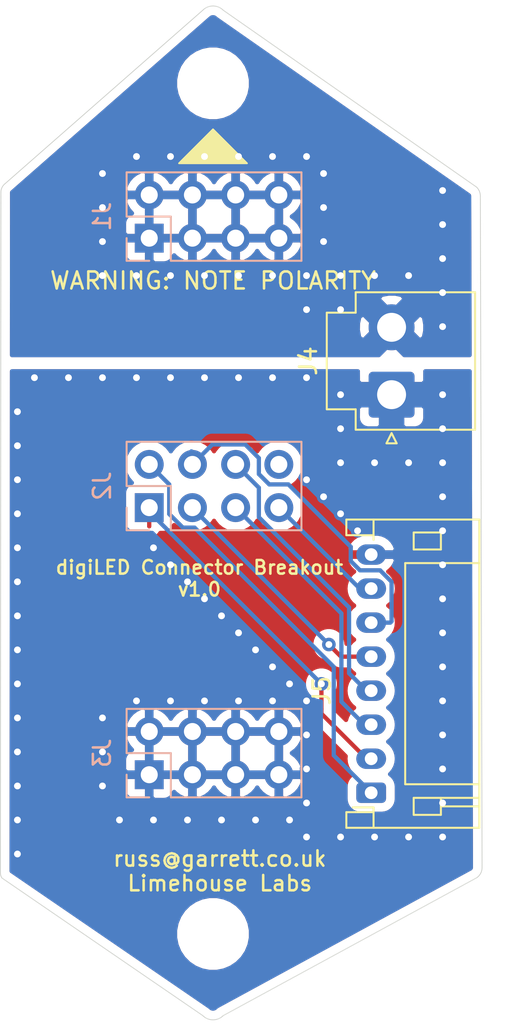
<source format=kicad_pcb>
(kicad_pcb (version 20171130) (host pcbnew "(5.1.0-0)")

  (general
    (thickness 1.6)
    (drawings 16)
    (tracks 161)
    (zones 0)
    (modules 7)
    (nets 11)
  )

  (page A4)
  (layers
    (0 F.Cu signal)
    (31 B.Cu signal)
    (32 B.Adhes user)
    (33 F.Adhes user)
    (34 B.Paste user)
    (35 F.Paste user)
    (36 B.SilkS user)
    (37 F.SilkS user)
    (38 B.Mask user)
    (39 F.Mask user)
    (40 Dwgs.User user)
    (41 Cmts.User user)
    (42 Eco1.User user)
    (43 Eco2.User user)
    (44 Edge.Cuts user)
    (45 Margin user)
    (46 B.CrtYd user)
    (47 F.CrtYd user)
    (48 B.Fab user)
    (49 F.Fab user)
  )

  (setup
    (last_trace_width 0.25)
    (trace_clearance 0.2)
    (zone_clearance 0.508)
    (zone_45_only no)
    (trace_min 0.2)
    (via_size 0.8)
    (via_drill 0.4)
    (via_min_size 0.4)
    (via_min_drill 0.3)
    (uvia_size 0.3)
    (uvia_drill 0.1)
    (uvias_allowed no)
    (uvia_min_size 0.2)
    (uvia_min_drill 0.1)
    (edge_width 0.05)
    (segment_width 0.2)
    (pcb_text_width 0.3)
    (pcb_text_size 1.5 1.5)
    (mod_edge_width 0.12)
    (mod_text_size 1 1)
    (mod_text_width 0.15)
    (pad_size 2.7 2.7)
    (pad_drill 1.7)
    (pad_to_mask_clearance 0.051)
    (solder_mask_min_width 0.25)
    (aux_axis_origin 150 114.9)
    (grid_origin 150 114.9)
    (visible_elements FFFFFF7F)
    (pcbplotparams
      (layerselection 0x010fc_ffffffff)
      (usegerberextensions true)
      (usegerberattributes false)
      (usegerberadvancedattributes false)
      (creategerberjobfile false)
      (excludeedgelayer true)
      (linewidth 0.100000)
      (plotframeref false)
      (viasonmask false)
      (mode 1)
      (useauxorigin false)
      (hpglpennumber 1)
      (hpglpenspeed 20)
      (hpglpendiameter 15.000000)
      (psnegative false)
      (psa4output false)
      (plotreference false)
      (plotvalue false)
      (plotinvisibletext false)
      (padsonsilk false)
      (subtractmaskfromsilk false)
      (outputformat 1)
      (mirror false)
      (drillshape 0)
      (scaleselection 1)
      (outputdirectory "gerbers/"))
  )

  (net 0 "")
  (net 1 5v)
  (net 2 "Net-(J2-Pad8)")
  (net 3 CLK)
  (net 4 A1)
  (net 5 A0)
  (net 6 LAT)
  (net 7 OE)
  (net 8 D1)
  (net 9 D2)
  (net 10 GND)

  (net_class Default "This is the default net class."
    (clearance 0.2)
    (trace_width 0.25)
    (via_dia 0.8)
    (via_drill 0.4)
    (uvia_dia 0.3)
    (uvia_drill 0.1)
    (add_net 5v)
    (add_net A0)
    (add_net A1)
    (add_net CLK)
    (add_net D1)
    (add_net D2)
    (add_net GND)
    (add_net LAT)
    (add_net "Net-(J2-Pad8)")
    (add_net OE)
  )

  (module Connector_JST:JST_VH_B2P-VH_1x02_P3.96mm_Vertical (layer F.Cu) (tedit 5C9A625C) (tstamp 5C9A567E)
    (at 173 86.9 90)
    (descr "JST VH series connector, B2P-VH (http://www.jst-mfg.com/product/pdf/eng/eVH.pdf), generated with kicad-footprint-generator")
    (tags "connector JST VH side entry")
    (path /5C99B3F7)
    (fp_text reference J4 (at 1.98 -4.9 90) (layer F.SilkS)
      (effects (font (size 1 1) (thickness 0.15)))
    )
    (fp_text value POWER (at 1.98 6 90) (layer F.Fab)
      (effects (font (size 1 1) (thickness 0.15)))
    )
    (fp_text user %R (at 1.98 4.1 90) (layer F.Fab)
      (effects (font (size 1 1) (thickness 0.15)))
    )
    (fp_line (start -2.86 -0.3) (end -2.26 0) (layer F.SilkS) (width 0.12))
    (fp_line (start -2.86 0.3) (end -2.86 -0.3) (layer F.SilkS) (width 0.12))
    (fp_line (start -2.26 0) (end -2.86 0.3) (layer F.SilkS) (width 0.12))
    (fp_line (start 6.02 4.91) (end -2.06 4.91) (layer F.SilkS) (width 0.12))
    (fp_line (start 6.02 -2.11) (end 6.02 4.91) (layer F.SilkS) (width 0.12))
    (fp_line (start 4.82 -2.11) (end 6.02 -2.11) (layer F.SilkS) (width 0.12))
    (fp_line (start 4.82 -3.81) (end 4.82 -2.11) (layer F.SilkS) (width 0.12))
    (fp_line (start -0.86 -3.81) (end 4.82 -3.81) (layer F.SilkS) (width 0.12))
    (fp_line (start -0.86 -2.11) (end -0.86 -3.81) (layer F.SilkS) (width 0.12))
    (fp_line (start -2.06 -2.11) (end -0.86 -2.11) (layer F.SilkS) (width 0.12))
    (fp_line (start -2.06 4.91) (end -2.06 -2.11) (layer F.SilkS) (width 0.12))
    (fp_line (start 6.41 -4.2) (end -2.45 -4.2) (layer F.CrtYd) (width 0.05))
    (fp_line (start 6.41 5.3) (end 6.41 -4.2) (layer F.CrtYd) (width 0.05))
    (fp_line (start -2.45 5.3) (end 6.41 5.3) (layer F.CrtYd) (width 0.05))
    (fp_line (start -2.45 -4.2) (end -2.45 5.3) (layer F.CrtYd) (width 0.05))
    (fp_line (start -1.95 1) (end -0.95 0) (layer F.Fab) (width 0.1))
    (fp_line (start -1.95 -1) (end -0.95 0) (layer F.Fab) (width 0.1))
    (fp_line (start 4.71 -3.7) (end 4.71 -2) (layer F.Fab) (width 0.1))
    (fp_line (start -0.75 -3.7) (end 4.71 -3.7) (layer F.Fab) (width 0.1))
    (fp_line (start -0.75 -2) (end -0.75 -3.7) (layer F.Fab) (width 0.1))
    (fp_line (start 5.91 -2) (end -1.95 -2) (layer F.Fab) (width 0.1))
    (fp_line (start 5.91 4.8) (end 5.91 -2) (layer F.Fab) (width 0.1))
    (fp_line (start -1.95 4.8) (end 5.91 4.8) (layer F.Fab) (width 0.1))
    (fp_line (start -1.95 -2) (end -1.95 4.8) (layer F.Fab) (width 0.1))
    (pad 2 thru_hole circle (at 3.96 0 90) (size 2.7 2.7) (drill 1.7) (layers *.Cu *.Mask)
      (net 1 5v) (thermal_width 1.5))
    (pad 1 thru_hole roundrect (at 0 0 90) (size 2.7 2.7) (drill 1.7) (layers *.Cu *.Mask) (roundrect_rratio 0.09300000000000001)
      (net 10 GND) (thermal_width 1.5))
    (model ${KISYS3DMOD}/Connector_JST.3dshapes/JST_VH_B2P-VH_1x02_P3.96mm_Vertical.wrl
      (at (xyz 0 0 0))
      (scale (xyz 1 1 1))
      (rotate (xyz 0 0 0))
    )
  )

  (module Connector_PinSocket_2.54mm:PinSocket_2x04_P2.54mm_Vertical (layer B.Cu) (tedit 5A19A422) (tstamp 5C9A565F)
    (at 158.75 109.24 270)
    (descr "Through hole straight socket strip, 2x04, 2.54mm pitch, double cols (from Kicad 4.0.7), script generated")
    (tags "Through hole socket strip THT 2x04 2.54mm double row")
    (path /5C992DF6)
    (fp_text reference J3 (at -1.27 2.77 270) (layer B.SilkS)
      (effects (font (size 1 1) (thickness 0.15)) (justify mirror))
    )
    (fp_text value GND (at -1.27 -10.39 270) (layer B.Fab)
      (effects (font (size 1 1) (thickness 0.15)) (justify mirror))
    )
    (fp_text user %R (at -1.27 -3.81 180) (layer B.Fab)
      (effects (font (size 1 1) (thickness 0.15)) (justify mirror))
    )
    (fp_line (start -4.34 -9.4) (end -4.34 1.8) (layer B.CrtYd) (width 0.05))
    (fp_line (start 1.76 -9.4) (end -4.34 -9.4) (layer B.CrtYd) (width 0.05))
    (fp_line (start 1.76 1.8) (end 1.76 -9.4) (layer B.CrtYd) (width 0.05))
    (fp_line (start -4.34 1.8) (end 1.76 1.8) (layer B.CrtYd) (width 0.05))
    (fp_line (start 0 1.33) (end 1.33 1.33) (layer B.SilkS) (width 0.12))
    (fp_line (start 1.33 1.33) (end 1.33 0) (layer B.SilkS) (width 0.12))
    (fp_line (start -1.27 1.33) (end -1.27 -1.27) (layer B.SilkS) (width 0.12))
    (fp_line (start -1.27 -1.27) (end 1.33 -1.27) (layer B.SilkS) (width 0.12))
    (fp_line (start 1.33 -1.27) (end 1.33 -8.95) (layer B.SilkS) (width 0.12))
    (fp_line (start -3.87 -8.95) (end 1.33 -8.95) (layer B.SilkS) (width 0.12))
    (fp_line (start -3.87 1.33) (end -3.87 -8.95) (layer B.SilkS) (width 0.12))
    (fp_line (start -3.87 1.33) (end -1.27 1.33) (layer B.SilkS) (width 0.12))
    (fp_line (start -3.81 -8.89) (end -3.81 1.27) (layer B.Fab) (width 0.1))
    (fp_line (start 1.27 -8.89) (end -3.81 -8.89) (layer B.Fab) (width 0.1))
    (fp_line (start 1.27 0.27) (end 1.27 -8.89) (layer B.Fab) (width 0.1))
    (fp_line (start 0.27 1.27) (end 1.27 0.27) (layer B.Fab) (width 0.1))
    (fp_line (start -3.81 1.27) (end 0.27 1.27) (layer B.Fab) (width 0.1))
    (pad 8 thru_hole oval (at -2.54 -7.62 270) (size 1.7 1.7) (drill 1) (layers *.Cu *.Mask)
      (net 10 GND))
    (pad 7 thru_hole oval (at 0 -7.62 270) (size 1.7 1.7) (drill 1) (layers *.Cu *.Mask)
      (net 10 GND))
    (pad 6 thru_hole oval (at -2.54 -5.08 270) (size 1.7 1.7) (drill 1) (layers *.Cu *.Mask)
      (net 10 GND))
    (pad 5 thru_hole oval (at 0 -5.08 270) (size 1.7 1.7) (drill 1) (layers *.Cu *.Mask)
      (net 10 GND))
    (pad 4 thru_hole oval (at -2.54 -2.54 270) (size 1.7 1.7) (drill 1) (layers *.Cu *.Mask)
      (net 10 GND))
    (pad 3 thru_hole oval (at 0 -2.54 270) (size 1.7 1.7) (drill 1) (layers *.Cu *.Mask)
      (net 10 GND))
    (pad 2 thru_hole oval (at -2.54 0 270) (size 1.7 1.7) (drill 1) (layers *.Cu *.Mask)
      (net 10 GND))
    (pad 1 thru_hole rect (at 0 0 270) (size 1.7 1.7) (drill 1) (layers *.Cu *.Mask)
      (net 10 GND))
    (model ${KISYS3DMOD}/Connector_PinSocket_2.54mm.3dshapes/PinSocket_2x04_P2.54mm_Vertical.wrl
      (at (xyz 0 0 0))
      (scale (xyz 1 1 1))
      (rotate (xyz 0 0 0))
    )
  )

  (module Connector_PinSocket_2.54mm:PinSocket_2x04_P2.54mm_Vertical (layer B.Cu) (tedit 5A19A422) (tstamp 5C9A5624)
    (at 158.75 93.54 270)
    (descr "Through hole straight socket strip, 2x04, 2.54mm pitch, double cols (from Kicad 4.0.7), script generated")
    (tags "Through hole socket strip THT 2x04 2.54mm double row")
    (path /5C992EB7)
    (fp_text reference J2 (at -1.27 2.77 270) (layer B.SilkS)
      (effects (font (size 1 1) (thickness 0.15)) (justify mirror))
    )
    (fp_text value DATA (at -1.27 -10.39 270) (layer B.Fab)
      (effects (font (size 1 1) (thickness 0.15)) (justify mirror))
    )
    (fp_text user %R (at -1.27 -3.81 180) (layer B.Fab)
      (effects (font (size 1 1) (thickness 0.15)) (justify mirror))
    )
    (fp_line (start -4.34 -9.4) (end -4.34 1.8) (layer B.CrtYd) (width 0.05))
    (fp_line (start 1.76 -9.4) (end -4.34 -9.4) (layer B.CrtYd) (width 0.05))
    (fp_line (start 1.76 1.8) (end 1.76 -9.4) (layer B.CrtYd) (width 0.05))
    (fp_line (start -4.34 1.8) (end 1.76 1.8) (layer B.CrtYd) (width 0.05))
    (fp_line (start 0 1.33) (end 1.33 1.33) (layer B.SilkS) (width 0.12))
    (fp_line (start 1.33 1.33) (end 1.33 0) (layer B.SilkS) (width 0.12))
    (fp_line (start -1.27 1.33) (end -1.27 -1.27) (layer B.SilkS) (width 0.12))
    (fp_line (start -1.27 -1.27) (end 1.33 -1.27) (layer B.SilkS) (width 0.12))
    (fp_line (start 1.33 -1.27) (end 1.33 -8.95) (layer B.SilkS) (width 0.12))
    (fp_line (start -3.87 -8.95) (end 1.33 -8.95) (layer B.SilkS) (width 0.12))
    (fp_line (start -3.87 1.33) (end -3.87 -8.95) (layer B.SilkS) (width 0.12))
    (fp_line (start -3.87 1.33) (end -1.27 1.33) (layer B.SilkS) (width 0.12))
    (fp_line (start -3.81 -8.89) (end -3.81 1.27) (layer B.Fab) (width 0.1))
    (fp_line (start 1.27 -8.89) (end -3.81 -8.89) (layer B.Fab) (width 0.1))
    (fp_line (start 1.27 0.27) (end 1.27 -8.89) (layer B.Fab) (width 0.1))
    (fp_line (start 0.27 1.27) (end 1.27 0.27) (layer B.Fab) (width 0.1))
    (fp_line (start -3.81 1.27) (end 0.27 1.27) (layer B.Fab) (width 0.1))
    (pad 8 thru_hole oval (at -2.54 -7.62 270) (size 1.7 1.7) (drill 1) (layers *.Cu *.Mask)
      (net 2 "Net-(J2-Pad8)"))
    (pad 7 thru_hole oval (at 0 -7.62 270) (size 1.7 1.7) (drill 1) (layers *.Cu *.Mask)
      (net 3 CLK))
    (pad 6 thru_hole oval (at -2.54 -5.08 270) (size 1.7 1.7) (drill 1) (layers *.Cu *.Mask)
      (net 4 A1))
    (pad 5 thru_hole oval (at 0 -5.08 270) (size 1.7 1.7) (drill 1) (layers *.Cu *.Mask)
      (net 5 A0))
    (pad 4 thru_hole oval (at -2.54 -2.54 270) (size 1.7 1.7) (drill 1) (layers *.Cu *.Mask)
      (net 6 LAT))
    (pad 3 thru_hole oval (at 0 -2.54 270) (size 1.7 1.7) (drill 1) (layers *.Cu *.Mask)
      (net 7 OE))
    (pad 2 thru_hole oval (at -2.54 0 270) (size 1.7 1.7) (drill 1) (layers *.Cu *.Mask)
      (net 8 D1))
    (pad 1 thru_hole rect (at 0 0 270) (size 1.7 1.7) (drill 1) (layers *.Cu *.Mask)
      (net 9 D2))
    (model ${KISYS3DMOD}/Connector_PinSocket_2.54mm.3dshapes/PinSocket_2x04_P2.54mm_Vertical.wrl
      (at (xyz 0 0 0))
      (scale (xyz 1 1 1))
      (rotate (xyz 0 0 0))
    )
  )

  (module Connector_PinSocket_2.54mm:PinSocket_2x04_P2.54mm_Vertical (layer B.Cu) (tedit 5A19A422) (tstamp 5C9A55E9)
    (at 158.75 77.7 270)
    (descr "Through hole straight socket strip, 2x04, 2.54mm pitch, double cols (from Kicad 4.0.7), script generated")
    (tags "Through hole socket strip THT 2x04 2.54mm double row")
    (path /5C992D80)
    (fp_text reference J1 (at -1.27 2.77 270) (layer B.SilkS)
      (effects (font (size 1 1) (thickness 0.15)) (justify mirror))
    )
    (fp_text value +5V (at -1.27 -10.39 270) (layer B.Fab)
      (effects (font (size 1 1) (thickness 0.15)) (justify mirror))
    )
    (fp_text user %R (at -1.27 -3.81 180) (layer B.Fab)
      (effects (font (size 1 1) (thickness 0.15)) (justify mirror))
    )
    (fp_line (start -4.34 -9.4) (end -4.34 1.8) (layer B.CrtYd) (width 0.05))
    (fp_line (start 1.76 -9.4) (end -4.34 -9.4) (layer B.CrtYd) (width 0.05))
    (fp_line (start 1.76 1.8) (end 1.76 -9.4) (layer B.CrtYd) (width 0.05))
    (fp_line (start -4.34 1.8) (end 1.76 1.8) (layer B.CrtYd) (width 0.05))
    (fp_line (start 0 1.33) (end 1.33 1.33) (layer B.SilkS) (width 0.12))
    (fp_line (start 1.33 1.33) (end 1.33 0) (layer B.SilkS) (width 0.12))
    (fp_line (start -1.27 1.33) (end -1.27 -1.27) (layer B.SilkS) (width 0.12))
    (fp_line (start -1.27 -1.27) (end 1.33 -1.27) (layer B.SilkS) (width 0.12))
    (fp_line (start 1.33 -1.27) (end 1.33 -8.95) (layer B.SilkS) (width 0.12))
    (fp_line (start -3.87 -8.95) (end 1.33 -8.95) (layer B.SilkS) (width 0.12))
    (fp_line (start -3.87 1.33) (end -3.87 -8.95) (layer B.SilkS) (width 0.12))
    (fp_line (start -3.87 1.33) (end -1.27 1.33) (layer B.SilkS) (width 0.12))
    (fp_line (start -3.81 -8.89) (end -3.81 1.27) (layer B.Fab) (width 0.1))
    (fp_line (start 1.27 -8.89) (end -3.81 -8.89) (layer B.Fab) (width 0.1))
    (fp_line (start 1.27 0.27) (end 1.27 -8.89) (layer B.Fab) (width 0.1))
    (fp_line (start 0.27 1.27) (end 1.27 0.27) (layer B.Fab) (width 0.1))
    (fp_line (start -3.81 1.27) (end 0.27 1.27) (layer B.Fab) (width 0.1))
    (pad 8 thru_hole oval (at -2.54 -7.62 270) (size 1.7 1.7) (drill 1) (layers *.Cu *.Mask)
      (net 1 5v))
    (pad 7 thru_hole oval (at 0 -7.62 270) (size 1.7 1.7) (drill 1) (layers *.Cu *.Mask)
      (net 1 5v))
    (pad 6 thru_hole oval (at -2.54 -5.08 270) (size 1.7 1.7) (drill 1) (layers *.Cu *.Mask)
      (net 1 5v))
    (pad 5 thru_hole oval (at 0 -5.08 270) (size 1.7 1.7) (drill 1) (layers *.Cu *.Mask)
      (net 1 5v))
    (pad 4 thru_hole oval (at -2.54 -2.54 270) (size 1.7 1.7) (drill 1) (layers *.Cu *.Mask)
      (net 1 5v))
    (pad 3 thru_hole oval (at 0 -2.54 270) (size 1.7 1.7) (drill 1) (layers *.Cu *.Mask)
      (net 1 5v))
    (pad 2 thru_hole oval (at -2.54 0 270) (size 1.7 1.7) (drill 1) (layers *.Cu *.Mask)
      (net 1 5v))
    (pad 1 thru_hole rect (at 0 0 270) (size 1.7 1.7) (drill 1) (layers *.Cu *.Mask)
      (net 1 5v))
    (model ${KISYS3DMOD}/Connector_PinSocket_2.54mm.3dshapes/PinSocket_2x04_P2.54mm_Vertical.wrl
      (at (xyz 0 0 0))
      (scale (xyz 1 1 1))
      (rotate (xyz 0 0 0))
    )
  )

  (module Connector_JST:JST_PH_S8B-PH-K_1x08_P2.00mm_Horizontal (layer F.Cu) (tedit 5B7745C6) (tstamp 5C9A56C1)
    (at 171.8 110.3 90)
    (descr "JST PH series connector, S8B-PH-K (http://www.jst-mfg.com/product/pdf/eng/ePH.pdf), generated with kicad-footprint-generator")
    (tags "connector JST PH top entry")
    (path /5C99FFDF)
    (fp_text reference J5 (at 6 -2.9 90) (layer F.SilkS)
      (effects (font (size 1 1) (thickness 0.15)))
    )
    (fp_text value DATA (at 6 4 90) (layer F.Fab)
      (effects (font (size 1 1) (thickness 0.15)))
    )
    (fp_text user %R (at 6 1.5 90) (layer F.Fab)
      (effects (font (size 1 1) (thickness 0.15)))
    )
    (fp_line (start 0.5 1.375) (end 0 0.875) (layer F.Fab) (width 0.1))
    (fp_line (start -0.5 1.375) (end 0.5 1.375) (layer F.Fab) (width 0.1))
    (fp_line (start 0 0.875) (end -0.5 1.375) (layer F.Fab) (width 0.1))
    (fp_line (start -0.86 0.14) (end -0.86 -1.075) (layer F.SilkS) (width 0.12))
    (fp_line (start 15.25 0.25) (end -1.25 0.25) (layer F.Fab) (width 0.1))
    (fp_line (start 15.25 -1.35) (end 15.25 0.25) (layer F.Fab) (width 0.1))
    (fp_line (start 15.95 -1.35) (end 15.25 -1.35) (layer F.Fab) (width 0.1))
    (fp_line (start 15.95 6.25) (end 15.95 -1.35) (layer F.Fab) (width 0.1))
    (fp_line (start -1.95 6.25) (end 15.95 6.25) (layer F.Fab) (width 0.1))
    (fp_line (start -1.95 -1.35) (end -1.95 6.25) (layer F.Fab) (width 0.1))
    (fp_line (start -1.25 -1.35) (end -1.95 -1.35) (layer F.Fab) (width 0.1))
    (fp_line (start -1.25 0.25) (end -1.25 -1.35) (layer F.Fab) (width 0.1))
    (fp_line (start 16.45 -1.85) (end -2.45 -1.85) (layer F.CrtYd) (width 0.05))
    (fp_line (start 16.45 6.75) (end 16.45 -1.85) (layer F.CrtYd) (width 0.05))
    (fp_line (start -2.45 6.75) (end 16.45 6.75) (layer F.CrtYd) (width 0.05))
    (fp_line (start -2.45 -1.85) (end -2.45 6.75) (layer F.CrtYd) (width 0.05))
    (fp_line (start -0.8 4.1) (end -0.8 6.36) (layer F.SilkS) (width 0.12))
    (fp_line (start -0.3 4.1) (end -0.3 6.36) (layer F.SilkS) (width 0.12))
    (fp_line (start 14.3 2.5) (end 15.3 2.5) (layer F.SilkS) (width 0.12))
    (fp_line (start 14.3 4.1) (end 14.3 2.5) (layer F.SilkS) (width 0.12))
    (fp_line (start 15.3 4.1) (end 14.3 4.1) (layer F.SilkS) (width 0.12))
    (fp_line (start 15.3 2.5) (end 15.3 4.1) (layer F.SilkS) (width 0.12))
    (fp_line (start -0.3 2.5) (end -1.3 2.5) (layer F.SilkS) (width 0.12))
    (fp_line (start -0.3 4.1) (end -0.3 2.5) (layer F.SilkS) (width 0.12))
    (fp_line (start -1.3 4.1) (end -0.3 4.1) (layer F.SilkS) (width 0.12))
    (fp_line (start -1.3 2.5) (end -1.3 4.1) (layer F.SilkS) (width 0.12))
    (fp_line (start 16.06 0.14) (end 15.14 0.14) (layer F.SilkS) (width 0.12))
    (fp_line (start -2.06 0.14) (end -1.14 0.14) (layer F.SilkS) (width 0.12))
    (fp_line (start 13.5 2) (end 13.5 6.36) (layer F.SilkS) (width 0.12))
    (fp_line (start 0.5 2) (end 13.5 2) (layer F.SilkS) (width 0.12))
    (fp_line (start 0.5 6.36) (end 0.5 2) (layer F.SilkS) (width 0.12))
    (fp_line (start 15.14 0.14) (end 14.86 0.14) (layer F.SilkS) (width 0.12))
    (fp_line (start 15.14 -1.46) (end 15.14 0.14) (layer F.SilkS) (width 0.12))
    (fp_line (start 16.06 -1.46) (end 15.14 -1.46) (layer F.SilkS) (width 0.12))
    (fp_line (start 16.06 6.36) (end 16.06 -1.46) (layer F.SilkS) (width 0.12))
    (fp_line (start -2.06 6.36) (end 16.06 6.36) (layer F.SilkS) (width 0.12))
    (fp_line (start -2.06 -1.46) (end -2.06 6.36) (layer F.SilkS) (width 0.12))
    (fp_line (start -1.14 -1.46) (end -2.06 -1.46) (layer F.SilkS) (width 0.12))
    (fp_line (start -1.14 0.14) (end -1.14 -1.46) (layer F.SilkS) (width 0.12))
    (fp_line (start -0.86 0.14) (end -1.14 0.14) (layer F.SilkS) (width 0.12))
    (pad 8 thru_hole oval (at 14 0 90) (size 1.2 1.75) (drill 0.75) (layers *.Cu *.Mask)
      (net 10 GND))
    (pad 7 thru_hole oval (at 12 0 90) (size 1.2 1.75) (drill 0.75) (layers *.Cu *.Mask)
      (net 3 CLK))
    (pad 6 thru_hole oval (at 10 0 90) (size 1.2 1.75) (drill 0.75) (layers *.Cu *.Mask)
      (net 6 LAT))
    (pad 5 thru_hole oval (at 8 0 90) (size 1.2 1.75) (drill 0.75) (layers *.Cu *.Mask)
      (net 7 OE))
    (pad 4 thru_hole oval (at 6 0 90) (size 1.2 1.75) (drill 0.75) (layers *.Cu *.Mask)
      (net 4 A1))
    (pad 3 thru_hole oval (at 4 0 90) (size 1.2 1.75) (drill 0.75) (layers *.Cu *.Mask)
      (net 5 A0))
    (pad 2 thru_hole oval (at 2 0 90) (size 1.2 1.75) (drill 0.75) (layers *.Cu *.Mask)
      (net 9 D2))
    (pad 1 thru_hole roundrect (at 0 0 90) (size 1.2 1.75) (drill 0.75) (layers *.Cu *.Mask) (roundrect_rratio 0.208333)
      (net 8 D1))
    (model ${KISYS3DMOD}/Connector_JST.3dshapes/JST_PH_S8B-PH-K_1x08_P2.00mm_Horizontal.wrl
      (at (xyz 0 0 0))
      (scale (xyz 1 1 1))
      (rotate (xyz 0 0 0))
    )
  )

  (module agg:M3_HOLE (layer F.Cu) (tedit 5681D11A) (tstamp 5C9A6CF6)
    (at 162.5 118.6)
    (fp_text reference REF** (at 0 -2.5) (layer F.Fab) hide
      (effects (font (size 1 1) (thickness 0.15)))
    )
    (fp_text value M3_HOLE (at 0 2.5) (layer F.Fab) hide
      (effects (font (size 1 1) (thickness 0.15)))
    )
    (fp_line (start -1.8 1.8) (end -1.8 -1.8) (layer F.CrtYd) (width 0.01))
    (fp_line (start 1.8 1.8) (end -1.8 1.8) (layer F.CrtYd) (width 0.01))
    (fp_line (start 1.8 -1.8) (end 1.8 1.8) (layer F.CrtYd) (width 0.01))
    (fp_line (start -1.8 -1.8) (end 1.8 -1.8) (layer F.CrtYd) (width 0.01))
    (pad "" np_thru_hole circle (at 0 0) (size 3.2 3.2) (drill 3.2) (layers *.Cu F.Mask))
  )

  (module agg:M3_HOLE (layer F.Cu) (tedit 5681D11A) (tstamp 5C9A71E1)
    (at 162.5 68.6)
    (fp_text reference REF** (at 0 -2.5) (layer F.Fab) hide
      (effects (font (size 1 1) (thickness 0.15)))
    )
    (fp_text value M3_HOLE (at 0 2.5) (layer F.Fab) hide
      (effects (font (size 1 1) (thickness 0.15)))
    )
    (fp_line (start -1.8 -1.8) (end 1.8 -1.8) (layer F.CrtYd) (width 0.01))
    (fp_line (start 1.8 -1.8) (end 1.8 1.8) (layer F.CrtYd) (width 0.01))
    (fp_line (start 1.8 1.8) (end -1.8 1.8) (layer F.CrtYd) (width 0.01))
    (fp_line (start -1.8 1.8) (end -1.8 -1.8) (layer F.CrtYd) (width 0.01))
    (pad "" np_thru_hole circle (at 0 0) (size 3.2 3.2) (drill 3.2) (layers *.Cu F.Mask))
  )

  (gr_poly (pts (xy 162.5 71.3) (xy 160.5 73.3) (xy 164.5 73.3)) (layer F.SilkS) (width 0.1))
  (gr_text "WARNING: NOTE POLARITY" (at 162.5 80.2) (layer F.SilkS)
    (effects (font (size 1 1) (thickness 0.15)))
  )
  (gr_text "russ@garrett.co.uk\nLimehouse Labs" (at 162.9 114.9) (layer F.SilkS) (tstamp 5C9A8182)
    (effects (font (size 0.9 0.9) (thickness 0.15)))
  )
  (gr_text "digiLED Connector Breakout\nv1.0" (at 161.7 97.7) (layer F.SilkS)
    (effects (font (size 0.8 0.8) (thickness 0.15)))
  )
  (gr_arc (start 150.6 115) (end 150 115) (angle -30.9637074) (layer Edge.Cuts) (width 0.05) (tstamp 5C9A76D5))
  (gr_arc (start 177.6 114.7) (end 178 115.3) (angle -56.30985302) (layer Edge.Cuts) (width 0.05))
  (gr_arc (start 162.5 122.8) (end 161.9 123.4) (angle -90) (layer Edge.Cuts) (width 0.05) (tstamp 5C9A76A0))
  (gr_arc (start 162.5 64.9) (end 163.1 64.3) (angle -90) (layer Edge.Cuts) (width 0.05))
  (gr_arc (start 150.669492 75) (end 150.269492 74.5) (angle -51.34019175) (layer Edge.Cuts) (width 0.05) (tstamp 5C9A764C))
  (gr_arc (start 177.46967 75.23033) (end 178.21967 75.23033) (angle -45) (layer Edge.Cuts) (width 0.05))
  (gr_line (start 163.1 123.4) (end 178 115.3) (layer Edge.Cuts) (width 0.05) (tstamp 5C9A75F8))
  (gr_line (start 150.085504 115.308697) (end 161.9 123.4) (layer Edge.Cuts) (width 0.05))
  (gr_line (start 163.1 64.3) (end 178 74.7) (layer Edge.Cuts) (width 0.05) (tstamp 5C9A75F7))
  (gr_line (start 150.269492 74.5) (end 161.9 64.3) (layer Edge.Cuts) (width 0.05))
  (gr_line (start 178.21967 75.23033) (end 178.32111 114.700001) (layer Edge.Cuts) (width 0.05) (tstamp 5C9A69CB))
  (gr_line (start 150.02918 75) (end 150 115) (layer Edge.Cuts) (width 0.05))

  (via (at 170 81.9) (size 0.8) (drill 0.4) (layers F.Cu B.Cu) (net 1))
  (via (at 168 81.9) (size 0.8) (drill 0.4) (layers F.Cu B.Cu) (net 1))
  (via (at 168 79.9) (size 0.8) (drill 0.4) (layers F.Cu B.Cu) (net 1))
  (via (at 170 79.9) (size 0.8) (drill 0.4) (layers F.Cu B.Cu) (net 1))
  (via (at 169 77.9) (size 0.8) (drill 0.4) (layers F.Cu B.Cu) (net 1))
  (via (at 169 75.9) (size 0.8) (drill 0.4) (layers F.Cu B.Cu) (net 1))
  (via (at 169 73.9) (size 0.8) (drill 0.4) (layers F.Cu B.Cu) (net 1))
  (via (at 172 79.9) (size 0.8) (drill 0.4) (layers F.Cu B.Cu) (net 1))
  (via (at 166 79.9) (size 0.8) (drill 0.4) (layers F.Cu B.Cu) (net 1))
  (via (at 164 79.9) (size 0.8) (drill 0.4) (layers F.Cu B.Cu) (net 1))
  (via (at 162 79.9) (size 0.8) (drill 0.4) (layers F.Cu B.Cu) (net 1))
  (via (at 160 79.9) (size 0.8) (drill 0.4) (layers F.Cu B.Cu) (net 1))
  (via (at 158 79.9) (size 0.8) (drill 0.4) (layers F.Cu B.Cu) (net 1))
  (via (at 156 79.9) (size 0.8) (drill 0.4) (layers F.Cu B.Cu) (net 1))
  (via (at 156 77.9) (size 0.8) (drill 0.4) (layers F.Cu B.Cu) (net 1))
  (via (at 156 75.9) (size 0.8) (drill 0.4) (layers F.Cu B.Cu) (net 1))
  (via (at 156 73.9) (size 0.8) (drill 0.4) (layers F.Cu B.Cu) (net 1))
  (via (at 158 72.9) (size 0.8) (drill 0.4) (layers F.Cu B.Cu) (net 1))
  (via (at 160 72.9) (size 0.8) (drill 0.4) (layers F.Cu B.Cu) (net 1))
  (via (at 162 72.9) (size 0.8) (drill 0.4) (layers F.Cu B.Cu) (net 1))
  (via (at 164 72.9) (size 0.8) (drill 0.4) (layers F.Cu B.Cu) (net 1))
  (via (at 166 72.9) (size 0.8) (drill 0.4) (layers F.Cu B.Cu) (net 1))
  (via (at 168 72.9) (size 0.8) (drill 0.4) (layers F.Cu B.Cu) (net 1))
  (via (at 176 82.9) (size 0.8) (drill 0.4) (layers F.Cu B.Cu) (net 1))
  (via (at 176 80.9) (size 0.8) (drill 0.4) (layers F.Cu B.Cu) (net 1))
  (via (at 176 78.9) (size 0.8) (drill 0.4) (layers F.Cu B.Cu) (net 1))
  (via (at 176 76.9) (size 0.8) (drill 0.4) (layers F.Cu B.Cu) (net 1))
  (via (at 176 74.9) (size 0.8) (drill 0.4) (layers F.Cu B.Cu) (net 1))
  (via (at 174 79.9) (size 0.8) (drill 0.4) (layers F.Cu B.Cu) (net 1))
  (segment (start 167.219999 94.389999) (end 166.37 93.54) (width 0.25) (layer B.Cu) (net 3))
  (segment (start 171.13 98.3) (end 167.219999 94.389999) (width 0.25) (layer B.Cu) (net 3))
  (segment (start 171.8 98.3) (end 171.13 98.3) (width 0.25) (layer B.Cu) (net 3))
  (segment (start 163.75 91.25) (end 163.77 91.23) (width 0.25) (layer B.Cu) (net 4))
  (segment (start 165.194999 92.364999) (end 164.679999 91.849999) (width 0.25) (layer B.Cu) (net 4))
  (segment (start 165.194999 94.104001) (end 165.194999 92.364999) (width 0.25) (layer B.Cu) (net 4))
  (segment (start 170.500019 103.275019) (end 170.500019 99.409021) (width 0.25) (layer B.Cu) (net 4))
  (segment (start 171.525 104.3) (end 170.500019 103.275019) (width 0.25) (layer B.Cu) (net 4))
  (segment (start 164.679999 91.849999) (end 163.83 91) (width 0.25) (layer B.Cu) (net 4))
  (segment (start 170.500019 99.409021) (end 165.194999 94.104001) (width 0.25) (layer B.Cu) (net 4))
  (segment (start 171.8 104.3) (end 171.525 104.3) (width 0.25) (layer B.Cu) (net 4))
  (segment (start 171.8 106.3) (end 171.525 106.3) (width 0.25) (layer B.Cu) (net 5))
  (segment (start 164.679999 94.389999) (end 163.83 93.54) (width 0.25) (layer B.Cu) (net 5))
  (segment (start 170.050009 99.760009) (end 164.679999 94.389999) (width 0.25) (layer B.Cu) (net 5))
  (segment (start 170.050009 104.950009) (end 170.050009 99.760009) (width 0.25) (layer B.Cu) (net 5))
  (segment (start 171.4 106.3) (end 170.050009 104.950009) (width 0.25) (layer B.Cu) (net 5))
  (segment (start 171.8 106.3) (end 171.4 106.3) (width 0.25) (layer B.Cu) (net 5))
  (segment (start 161.23 90.23) (end 161.23 91.23) (width 0.25) (layer B.Cu) (net 6))
  (segment (start 162.139999 90.150001) (end 161.29 91) (width 0.25) (layer B.Cu) (net 6))
  (segment (start 162.465001 89.824999) (end 162.139999 90.150001) (width 0.25) (layer B.Cu) (net 6))
  (segment (start 164.394001 89.824999) (end 162.465001 89.824999) (width 0.25) (layer B.Cu) (net 6))
  (segment (start 165.194999 90.625997) (end 164.394001 89.824999) (width 0.25) (layer B.Cu) (net 6))
  (segment (start 165.194999 91.564001) (end 165.194999 90.625997) (width 0.25) (layer B.Cu) (net 6))
  (segment (start 165.805999 92.175001) (end 165.194999 91.564001) (width 0.25) (layer B.Cu) (net 6))
  (segment (start 166.934001 92.175001) (end 165.805999 92.175001) (width 0.25) (layer B.Cu) (net 6))
  (segment (start 170.59999 95.84099) (end 166.934001 92.175001) (width 0.25) (layer B.Cu) (net 6))
  (segment (start 170.59999 96.683151) (end 170.59999 95.84099) (width 0.25) (layer B.Cu) (net 6))
  (segment (start 171.141849 97.22501) (end 170.59999 96.683151) (width 0.25) (layer B.Cu) (net 6))
  (segment (start 172.32501 97.22501) (end 171.141849 97.22501) (width 0.25) (layer B.Cu) (net 6))
  (segment (start 173.00001 97.90001) (end 172.32501 97.22501) (width 0.25) (layer B.Cu) (net 6))
  (segment (start 173.00001 100.22499) (end 173.00001 97.90001) (width 0.25) (layer B.Cu) (net 6))
  (segment (start 172.925 100.3) (end 173.00001 100.22499) (width 0.25) (layer B.Cu) (net 6))
  (segment (start 171.8 100.3) (end 172.925 100.3) (width 0.25) (layer B.Cu) (net 6))
  (via (at 169.312653 101.587347) (size 0.8) (drill 0.4) (layers F.Cu B.Cu) (net 7))
  (segment (start 170.025306 102.3) (end 169.312653 101.587347) (width 0.25) (layer F.Cu) (net 7))
  (segment (start 171.8 102.3) (end 170.025306 102.3) (width 0.25) (layer F.Cu) (net 7))
  (segment (start 161.351602 93.626296) (end 161.351602 93.601602) (width 0.25) (layer B.Cu) (net 7))
  (segment (start 161.351602 93.601602) (end 161.29 93.54) (width 0.25) (layer B.Cu) (net 7))
  (segment (start 169.312653 101.587347) (end 161.351602 93.626296) (width 0.25) (layer B.Cu) (net 7))
  (segment (start 169.6 108.1) (end 169.6 102.9) (width 0.25) (layer B.Cu) (net 8))
  (segment (start 171.8 110.3) (end 169.6 108.1) (width 0.25) (layer B.Cu) (net 8))
  (segment (start 159.599999 91.849999) (end 158.75 91) (width 0.25) (layer B.Cu) (net 8))
  (segment (start 159.925001 92.175001) (end 159.599999 91.849999) (width 0.25) (layer B.Cu) (net 8))
  (segment (start 159.925001 93.914003) (end 159.925001 92.175001) (width 0.25) (layer B.Cu) (net 8))
  (segment (start 160.725999 94.715001) (end 159.925001 93.914003) (width 0.25) (layer B.Cu) (net 8))
  (segment (start 161.415001 94.715001) (end 160.725999 94.715001) (width 0.25) (layer B.Cu) (net 8))
  (segment (start 169.6 102.9) (end 161.415001 94.715001) (width 0.25) (layer B.Cu) (net 8))
  (segment (start 158.75 94.64) (end 158.75 93.54) (width 0.25) (layer F.Cu) (net 9))
  (segment (start 168.875 105.65) (end 168.875 105.375) (width 0.25) (layer F.Cu) (net 9))
  (segment (start 168.875 105.375) (end 168.875 103.9) (width 0.25) (layer F.Cu) (net 9))
  (segment (start 171.525 108.3) (end 168.875 105.65) (width 0.25) (layer F.Cu) (net 9))
  (via (at 168.875 103.9) (size 0.8) (drill 0.4) (layers F.Cu B.Cu) (net 9))
  (segment (start 171.8 108.3) (end 171.525 108.3) (width 0.25) (layer F.Cu) (net 9))
  (segment (start 158.75 93.775) (end 158.75 93.54) (width 0.25) (layer B.Cu) (net 9))
  (segment (start 168.875 103.9) (end 158.75 93.775) (width 0.25) (layer B.Cu) (net 9))
  (via (at 170 86.9) (size 0.8) (drill 0.4) (layers F.Cu B.Cu) (net 10))
  (via (at 170 88.9) (size 0.8) (drill 0.4) (layers F.Cu B.Cu) (net 10))
  (via (at 170 90.9) (size 0.8) (drill 0.4) (layers F.Cu B.Cu) (net 10))
  (via (at 172 90.9) (size 0.8) (drill 0.4) (layers F.Cu B.Cu) (net 10))
  (via (at 174 90.9) (size 0.8) (drill 0.4) (layers F.Cu B.Cu) (net 10))
  (via (at 176 90.9) (size 0.8) (drill 0.4) (layers F.Cu B.Cu) (net 10))
  (via (at 176 88.9) (size 0.8) (drill 0.4) (layers F.Cu B.Cu) (net 10))
  (via (at 176 86.9) (size 0.8) (drill 0.4) (layers F.Cu B.Cu) (net 10))
  (via (at 168 85.9) (size 0.8) (drill 0.4) (layers F.Cu B.Cu) (net 10))
  (via (at 166 85.9) (size 0.8) (drill 0.4) (layers F.Cu B.Cu) (net 10))
  (via (at 164 85.9) (size 0.8) (drill 0.4) (layers F.Cu B.Cu) (net 10))
  (via (at 162 85.9) (size 0.8) (drill 0.4) (layers F.Cu B.Cu) (net 10))
  (via (at 160 85.9) (size 0.8) (drill 0.4) (layers F.Cu B.Cu) (net 10))
  (via (at 158 85.9) (size 0.8) (drill 0.4) (layers F.Cu B.Cu) (net 10))
  (via (at 156 85.9) (size 0.8) (drill 0.4) (layers F.Cu B.Cu) (net 10))
  (via (at 154 85.9) (size 0.8) (drill 0.4) (layers F.Cu B.Cu) (net 10))
  (via (at 152 85.9) (size 0.8) (drill 0.4) (layers F.Cu B.Cu) (net 10))
  (via (at 176 92.9) (size 0.8) (drill 0.4) (layers F.Cu B.Cu) (net 10))
  (via (at 176 94.9) (size 0.8) (drill 0.4) (layers F.Cu B.Cu) (net 10))
  (via (at 176 96.9) (size 0.8) (drill 0.4) (layers F.Cu B.Cu) (net 10))
  (via (at 176 98.9) (size 0.8) (drill 0.4) (layers F.Cu B.Cu) (net 10))
  (via (at 176 100.9) (size 0.8) (drill 0.4) (layers F.Cu B.Cu) (net 10))
  (via (at 176 102.9) (size 0.8) (drill 0.4) (layers F.Cu B.Cu) (net 10))
  (via (at 176 104.9) (size 0.8) (drill 0.4) (layers F.Cu B.Cu) (net 10))
  (via (at 176 106.9) (size 0.8) (drill 0.4) (layers F.Cu B.Cu) (net 10))
  (via (at 176 108.9) (size 0.8) (drill 0.4) (layers F.Cu B.Cu) (net 10))
  (via (at 176 110.9) (size 0.8) (drill 0.4) (layers F.Cu B.Cu) (net 10))
  (via (at 176 112.9) (size 0.8) (drill 0.4) (layers F.Cu B.Cu) (net 10))
  (via (at 174 112.9) (size 0.8) (drill 0.4) (layers F.Cu B.Cu) (net 10))
  (via (at 172 112.9) (size 0.8) (drill 0.4) (layers F.Cu B.Cu) (net 10))
  (via (at 170 112.9) (size 0.8) (drill 0.4) (layers F.Cu B.Cu) (net 10))
  (via (at 168 112.9) (size 0.8) (drill 0.4) (layers F.Cu B.Cu) (net 10))
  (via (at 165 111.9) (size 0.8) (drill 0.4) (layers F.Cu B.Cu) (net 10))
  (via (at 163 111.9) (size 0.8) (drill 0.4) (layers F.Cu B.Cu) (net 10))
  (via (at 161 111.9) (size 0.8) (drill 0.4) (layers F.Cu B.Cu) (net 10))
  (via (at 159 111.9) (size 0.8) (drill 0.4) (layers F.Cu B.Cu) (net 10))
  (via (at 157 111.9) (size 0.8) (drill 0.4) (layers F.Cu B.Cu) (net 10))
  (via (at 156 109.9) (size 0.8) (drill 0.4) (layers F.Cu B.Cu) (net 10))
  (via (at 156 107.9) (size 0.8) (drill 0.4) (layers F.Cu B.Cu) (net 10))
  (via (at 156 105.9) (size 0.8) (drill 0.4) (layers F.Cu B.Cu) (net 10))
  (via (at 158 104.9) (size 0.8) (drill 0.4) (layers F.Cu B.Cu) (net 10))
  (via (at 160 104.9) (size 0.8) (drill 0.4) (layers F.Cu B.Cu) (net 10))
  (via (at 162 104.9) (size 0.8) (drill 0.4) (layers F.Cu B.Cu) (net 10))
  (via (at 164 104.9) (size 0.8) (drill 0.4) (layers F.Cu B.Cu) (net 10))
  (via (at 166 104.9) (size 0.8) (drill 0.4) (layers F.Cu B.Cu) (net 10))
  (via (at 168 104.9) (size 0.8) (drill 0.4) (layers F.Cu B.Cu) (net 10))
  (via (at 168 106.9) (size 0.8) (drill 0.4) (layers F.Cu B.Cu) (net 10))
  (via (at 168 108.9) (size 0.8) (drill 0.4) (layers F.Cu B.Cu) (net 10))
  (via (at 168 110.9) (size 0.8) (drill 0.4) (layers F.Cu B.Cu) (net 10))
  (via (at 167 111.9) (size 0.8) (drill 0.4) (layers F.Cu B.Cu) (net 10))
  (via (at 151 87.9) (size 0.8) (drill 0.4) (layers F.Cu B.Cu) (net 10))
  (via (at 151 89.9) (size 0.8) (drill 0.4) (layers F.Cu B.Cu) (net 10))
  (via (at 151 91.9) (size 0.8) (drill 0.4) (layers F.Cu B.Cu) (net 10))
  (via (at 151 93.9) (size 0.8) (drill 0.4) (layers F.Cu B.Cu) (net 10))
  (via (at 151 95.9) (size 0.8) (drill 0.4) (layers F.Cu B.Cu) (net 10))
  (via (at 151 97.9) (size 0.8) (drill 0.4) (layers F.Cu B.Cu) (net 10))
  (via (at 151 99.9) (size 0.8) (drill 0.4) (layers F.Cu B.Cu) (net 10))
  (via (at 151 101.9) (size 0.8) (drill 0.4) (layers F.Cu B.Cu) (net 10))
  (via (at 151 103.9) (size 0.8) (drill 0.4) (layers F.Cu B.Cu) (net 10))
  (via (at 151 105.9) (size 0.8) (drill 0.4) (layers F.Cu B.Cu) (net 10))
  (via (at 151 107.9) (size 0.8) (drill 0.4) (layers F.Cu B.Cu) (net 10))
  (via (at 151 109.9) (size 0.8) (drill 0.4) (layers F.Cu B.Cu) (net 10))
  (via (at 151 111.9) (size 0.8) (drill 0.4) (layers F.Cu B.Cu) (net 10))
  (via (at 151 113.9) (size 0.8) (drill 0.4) (layers F.Cu B.Cu) (net 10))
  (via (at 159 95.9) (size 0.8) (drill 0.4) (layers F.Cu B.Cu) (net 10))
  (via (at 160 96.9) (size 0.8) (drill 0.4) (layers F.Cu B.Cu) (net 10))
  (via (at 161 97.9) (size 0.8) (drill 0.4) (layers F.Cu B.Cu) (net 10))
  (via (at 162 98.9) (size 0.8) (drill 0.4) (layers F.Cu B.Cu) (net 10))
  (via (at 163 99.9) (size 0.8) (drill 0.4) (layers F.Cu B.Cu) (net 10))
  (via (at 164 100.9) (size 0.8) (drill 0.4) (layers F.Cu B.Cu) (net 10))
  (via (at 165 101.9) (size 0.8) (drill 0.4) (layers F.Cu B.Cu) (net 10))
  (via (at 166 102.9) (size 0.8) (drill 0.4) (layers F.Cu B.Cu) (net 10))
  (via (at 167 103.9) (size 0.8) (drill 0.4) (layers F.Cu B.Cu) (net 10))
  (via (at 168 91.9) (size 0.8) (drill 0.4) (layers F.Cu B.Cu) (net 10))
  (via (at 169 92.9) (size 0.8) (drill 0.4) (layers F.Cu B.Cu) (net 10))
  (via (at 170 93.9) (size 0.8) (drill 0.4) (layers F.Cu B.Cu) (net 10))
  (via (at 171 94.9) (size 0.8) (drill 0.4) (layers F.Cu B.Cu) (net 10))

  (zone (net 1) (net_name 5v) (layer B.Cu) (tstamp 5C9AAB8E) (hatch edge 0.508)
    (connect_pads (clearance 0.508))
    (min_thickness 0.254)
    (fill yes (arc_segments 32) (thermal_gap 0.508) (thermal_bridge_width 0.508))
    (polygon
      (pts
        (xy 150 84.7) (xy 178.5 84.7) (xy 178.6 74.5) (xy 163.1 63.7) (xy 161.7 63.7)
        (xy 150 74.6)
      )
    )
    (filled_polygon
      (pts
        (xy 162.53537 64.718043) (xy 162.570039 64.728378) (xy 162.602037 64.745249) (xy 162.660857 64.79288) (xy 162.695663 64.822649)
        (xy 177.544441 75.186897) (xy 177.549836 75.196959) (xy 177.554792 75.213167) (xy 177.559749 75.261973) (xy 177.583679 84.573)
        (xy 173.751945 84.573) (xy 173 83.821055) (xy 172.248055 84.573) (xy 150.682196 84.573) (xy 150.683267 83.103451)
        (xy 171.012103 83.103451) (xy 171.082187 83.48813) (xy 171.100873 83.549726) (xy 171.338359 83.720586) (xy 172.118945 82.94)
        (xy 173.881055 82.94) (xy 174.661641 83.720586) (xy 174.899127 83.549726) (xy 174.981588 83.167509) (xy 174.987897 82.776549)
        (xy 174.917813 82.39187) (xy 174.899127 82.330274) (xy 174.661641 82.159414) (xy 173.881055 82.94) (xy 172.118945 82.94)
        (xy 171.338359 82.159414) (xy 171.100873 82.330274) (xy 171.018412 82.712491) (xy 171.012103 83.103451) (xy 150.683267 83.103451)
        (xy 150.684598 81.278359) (xy 172.219414 81.278359) (xy 173 82.058945) (xy 173.780586 81.278359) (xy 173.609726 81.040873)
        (xy 173.227509 80.958412) (xy 172.836549 80.952103) (xy 172.45187 81.022187) (xy 172.390274 81.040873) (xy 172.219414 81.278359)
        (xy 150.684598 81.278359) (xy 150.686589 78.55) (xy 157.261928 78.55) (xy 157.274188 78.674482) (xy 157.310498 78.79418)
        (xy 157.369463 78.904494) (xy 157.448815 79.001185) (xy 157.545506 79.080537) (xy 157.65582 79.139502) (xy 157.775518 79.175812)
        (xy 157.9 79.188072) (xy 158.46425 79.185) (xy 158.623 79.02625) (xy 158.623 77.827) (xy 158.877 77.827)
        (xy 158.877 79.02625) (xy 159.03575 79.185) (xy 159.6 79.188072) (xy 159.724482 79.175812) (xy 159.84418 79.139502)
        (xy 159.954494 79.080537) (xy 160.051185 79.001185) (xy 160.130537 78.904494) (xy 160.189502 78.79418) (xy 160.213966 78.713534)
        (xy 160.289731 78.797588) (xy 160.52308 78.971641) (xy 160.785901 79.096825) (xy 160.93311 79.141476) (xy 161.163 79.020155)
        (xy 161.163 77.827) (xy 161.417 77.827) (xy 161.417 79.020155) (xy 161.64689 79.141476) (xy 161.794099 79.096825)
        (xy 162.05692 78.971641) (xy 162.290269 78.797588) (xy 162.485178 78.581355) (xy 162.56 78.455745) (xy 162.634822 78.581355)
        (xy 162.829731 78.797588) (xy 163.06308 78.971641) (xy 163.325901 79.096825) (xy 163.47311 79.141476) (xy 163.703 79.020155)
        (xy 163.703 77.827) (xy 163.957 77.827) (xy 163.957 79.020155) (xy 164.18689 79.141476) (xy 164.334099 79.096825)
        (xy 164.59692 78.971641) (xy 164.830269 78.797588) (xy 165.025178 78.581355) (xy 165.1 78.455745) (xy 165.174822 78.581355)
        (xy 165.369731 78.797588) (xy 165.60308 78.971641) (xy 165.865901 79.096825) (xy 166.01311 79.141476) (xy 166.243 79.020155)
        (xy 166.243 77.827) (xy 166.497 77.827) (xy 166.497 79.020155) (xy 166.72689 79.141476) (xy 166.874099 79.096825)
        (xy 167.13692 78.971641) (xy 167.370269 78.797588) (xy 167.565178 78.581355) (xy 167.714157 78.331252) (xy 167.811481 78.056891)
        (xy 167.690814 77.827) (xy 166.497 77.827) (xy 166.243 77.827) (xy 163.957 77.827) (xy 163.703 77.827)
        (xy 161.417 77.827) (xy 161.163 77.827) (xy 158.877 77.827) (xy 158.623 77.827) (xy 157.42375 77.827)
        (xy 157.265 77.98575) (xy 157.261928 78.55) (xy 150.686589 78.55) (xy 150.687829 76.85) (xy 157.261928 76.85)
        (xy 157.265 77.41425) (xy 157.42375 77.573) (xy 158.623 77.573) (xy 158.623 75.287) (xy 158.877 75.287)
        (xy 158.877 77.573) (xy 161.163 77.573) (xy 161.163 75.287) (xy 161.417 75.287) (xy 161.417 77.573)
        (xy 163.703 77.573) (xy 163.703 75.287) (xy 163.957 75.287) (xy 163.957 77.573) (xy 166.243 77.573)
        (xy 166.243 75.287) (xy 166.497 75.287) (xy 166.497 77.573) (xy 167.690814 77.573) (xy 167.811481 77.343109)
        (xy 167.714157 77.068748) (xy 167.565178 76.818645) (xy 167.370269 76.602412) (xy 167.13912 76.43) (xy 167.370269 76.257588)
        (xy 167.565178 76.041355) (xy 167.714157 75.791252) (xy 167.811481 75.516891) (xy 167.690814 75.287) (xy 166.497 75.287)
        (xy 166.243 75.287) (xy 163.957 75.287) (xy 163.703 75.287) (xy 161.417 75.287) (xy 161.163 75.287)
        (xy 158.877 75.287) (xy 158.623 75.287) (xy 157.429186 75.287) (xy 157.308519 75.516891) (xy 157.405843 75.791252)
        (xy 157.554822 76.041355) (xy 157.731626 76.237502) (xy 157.65582 76.260498) (xy 157.545506 76.319463) (xy 157.448815 76.398815)
        (xy 157.369463 76.495506) (xy 157.310498 76.60582) (xy 157.274188 76.725518) (xy 157.261928 76.85) (xy 150.687829 76.85)
        (xy 150.689156 75.032526) (xy 150.691458 75.009053) (xy 150.694258 75.00562) (xy 150.707618 74.993619) (xy 150.924846 74.803109)
        (xy 157.308519 74.803109) (xy 157.429186 75.033) (xy 158.623 75.033) (xy 158.623 73.839845) (xy 158.877 73.839845)
        (xy 158.877 75.033) (xy 161.163 75.033) (xy 161.163 73.839845) (xy 161.417 73.839845) (xy 161.417 75.033)
        (xy 163.703 75.033) (xy 163.703 73.839845) (xy 163.957 73.839845) (xy 163.957 75.033) (xy 166.243 75.033)
        (xy 166.243 73.839845) (xy 166.497 73.839845) (xy 166.497 75.033) (xy 167.690814 75.033) (xy 167.811481 74.803109)
        (xy 167.714157 74.528748) (xy 167.565178 74.278645) (xy 167.370269 74.062412) (xy 167.13692 73.888359) (xy 166.874099 73.763175)
        (xy 166.72689 73.718524) (xy 166.497 73.839845) (xy 166.243 73.839845) (xy 166.01311 73.718524) (xy 165.865901 73.763175)
        (xy 165.60308 73.888359) (xy 165.369731 74.062412) (xy 165.174822 74.278645) (xy 165.1 74.404255) (xy 165.025178 74.278645)
        (xy 164.830269 74.062412) (xy 164.59692 73.888359) (xy 164.334099 73.763175) (xy 164.18689 73.718524) (xy 163.957 73.839845)
        (xy 163.703 73.839845) (xy 163.47311 73.718524) (xy 163.325901 73.763175) (xy 163.06308 73.888359) (xy 162.829731 74.062412)
        (xy 162.634822 74.278645) (xy 162.56 74.404255) (xy 162.485178 74.278645) (xy 162.290269 74.062412) (xy 162.05692 73.888359)
        (xy 161.794099 73.763175) (xy 161.64689 73.718524) (xy 161.417 73.839845) (xy 161.163 73.839845) (xy 160.93311 73.718524)
        (xy 160.785901 73.763175) (xy 160.52308 73.888359) (xy 160.289731 74.062412) (xy 160.094822 74.278645) (xy 160.02 74.404255)
        (xy 159.945178 74.278645) (xy 159.750269 74.062412) (xy 159.51692 73.888359) (xy 159.254099 73.763175) (xy 159.10689 73.718524)
        (xy 158.877 73.839845) (xy 158.623 73.839845) (xy 158.39311 73.718524) (xy 158.245901 73.763175) (xy 157.98308 73.888359)
        (xy 157.749731 74.062412) (xy 157.554822 74.278645) (xy 157.405843 74.528748) (xy 157.308519 74.803109) (xy 150.924846 74.803109)
        (xy 158.248916 68.379872) (xy 160.265 68.379872) (xy 160.265 68.820128) (xy 160.35089 69.251925) (xy 160.519369 69.658669)
        (xy 160.763962 70.024729) (xy 161.075271 70.336038) (xy 161.441331 70.580631) (xy 161.848075 70.74911) (xy 162.279872 70.835)
        (xy 162.720128 70.835) (xy 163.151925 70.74911) (xy 163.558669 70.580631) (xy 163.924729 70.336038) (xy 164.236038 70.024729)
        (xy 164.480631 69.658669) (xy 164.64911 69.251925) (xy 164.735 68.820128) (xy 164.735 68.379872) (xy 164.64911 67.948075)
        (xy 164.480631 67.541331) (xy 164.236038 67.175271) (xy 163.924729 66.863962) (xy 163.558669 66.619369) (xy 163.151925 66.45089)
        (xy 162.720128 66.365) (xy 162.279872 66.365) (xy 161.848075 66.45089) (xy 161.441331 66.619369) (xy 161.075271 66.863962)
        (xy 160.763962 67.175271) (xy 160.519369 67.541331) (xy 160.35089 67.948075) (xy 160.265 68.379872) (xy 158.248916 68.379872)
        (xy 162.32716 64.803238) (xy 162.396886 64.745964) (xy 162.428765 64.728871) (xy 162.463364 64.718293) (xy 162.499348 64.714638)
      )
    )
  )
  (zone (net 10) (net_name GND) (layer B.Cu) (tstamp 5C9AAB8B) (hatch edge 0.508)
    (connect_pads (clearance 0.508))
    (min_thickness 0.254)
    (fill yes (arc_segments 32) (thermal_gap 0.508) (thermal_bridge_width 0.508))
    (polygon
      (pts
        (xy 150 85.4) (xy 178.7 85.4) (xy 179.1 114.9) (xy 163 123.9) (xy 162 123.9)
        (xy 150 115.9)
      )
    )
    (filled_polygon
      (pts
        (xy 171.011928 85.55) (xy 171.015 86.11825) (xy 171.17375 86.277) (xy 172.377 86.277) (xy 172.377 86.257)
        (xy 173.623 86.257) (xy 173.623 86.277) (xy 174.82625 86.277) (xy 174.985 86.11825) (xy 174.988072 85.55)
        (xy 174.985807 85.527) (xy 177.586131 85.527) (xy 177.661028 114.668559) (xy 177.656841 114.711258) (xy 177.653573 114.72208)
        (xy 177.648264 114.732065) (xy 177.641114 114.740832) (xy 177.630371 114.749719) (xy 162.756294 122.835628) (xy 162.675665 122.890329)
        (xy 162.654334 122.911964) (xy 162.603118 122.954033) (xy 162.571236 122.971128) (xy 162.536635 122.981707) (xy 162.500652 122.985362)
        (xy 162.46463 122.981957) (xy 162.429962 122.971622) (xy 162.397961 122.95475) (xy 162.345432 122.912212) (xy 162.29968 122.87378)
        (xy 155.737911 118.379872) (xy 160.265 118.379872) (xy 160.265 118.820128) (xy 160.35089 119.251925) (xy 160.519369 119.658669)
        (xy 160.763962 120.024729) (xy 161.075271 120.336038) (xy 161.441331 120.580631) (xy 161.848075 120.74911) (xy 162.279872 120.835)
        (xy 162.720128 120.835) (xy 163.151925 120.74911) (xy 163.558669 120.580631) (xy 163.924729 120.336038) (xy 164.236038 120.024729)
        (xy 164.480631 119.658669) (xy 164.64911 119.251925) (xy 164.735 118.820128) (xy 164.735 118.379872) (xy 164.64911 117.948075)
        (xy 164.480631 117.541331) (xy 164.236038 117.175271) (xy 163.924729 116.863962) (xy 163.558669 116.619369) (xy 163.151925 116.45089)
        (xy 162.720128 116.365) (xy 162.279872 116.365) (xy 161.848075 116.45089) (xy 161.441331 116.619369) (xy 161.075271 116.863962)
        (xy 160.763962 117.175271) (xy 160.519369 117.541331) (xy 160.35089 117.948075) (xy 160.265 118.379872) (xy 155.737911 118.379872)
        (xy 150.660071 114.902252) (xy 150.663581 110.09) (xy 157.261928 110.09) (xy 157.274188 110.214482) (xy 157.310498 110.33418)
        (xy 157.369463 110.444494) (xy 157.448815 110.541185) (xy 157.545506 110.620537) (xy 157.65582 110.679502) (xy 157.775518 110.715812)
        (xy 157.9 110.728072) (xy 158.46425 110.725) (xy 158.623 110.56625) (xy 158.623 109.367) (xy 158.877 109.367)
        (xy 158.877 110.56625) (xy 159.03575 110.725) (xy 159.6 110.728072) (xy 159.724482 110.715812) (xy 159.84418 110.679502)
        (xy 159.954494 110.620537) (xy 160.051185 110.541185) (xy 160.130537 110.444494) (xy 160.189502 110.33418) (xy 160.213966 110.253534)
        (xy 160.289731 110.337588) (xy 160.52308 110.511641) (xy 160.785901 110.636825) (xy 160.93311 110.681476) (xy 161.163 110.560155)
        (xy 161.163 109.367) (xy 161.417 109.367) (xy 161.417 110.560155) (xy 161.64689 110.681476) (xy 161.794099 110.636825)
        (xy 162.05692 110.511641) (xy 162.290269 110.337588) (xy 162.485178 110.121355) (xy 162.56 109.995745) (xy 162.634822 110.121355)
        (xy 162.829731 110.337588) (xy 163.06308 110.511641) (xy 163.325901 110.636825) (xy 163.47311 110.681476) (xy 163.703 110.560155)
        (xy 163.703 109.367) (xy 163.957 109.367) (xy 163.957 110.560155) (xy 164.18689 110.681476) (xy 164.334099 110.636825)
        (xy 164.59692 110.511641) (xy 164.830269 110.337588) (xy 165.025178 110.121355) (xy 165.1 109.995745) (xy 165.174822 110.121355)
        (xy 165.369731 110.337588) (xy 165.60308 110.511641) (xy 165.865901 110.636825) (xy 166.01311 110.681476) (xy 166.243 110.560155)
        (xy 166.243 109.367) (xy 166.497 109.367) (xy 166.497 110.560155) (xy 166.72689 110.681476) (xy 166.874099 110.636825)
        (xy 167.13692 110.511641) (xy 167.370269 110.337588) (xy 167.565178 110.121355) (xy 167.714157 109.871252) (xy 167.811481 109.596891)
        (xy 167.690814 109.367) (xy 166.497 109.367) (xy 166.243 109.367) (xy 163.957 109.367) (xy 163.703 109.367)
        (xy 161.417 109.367) (xy 161.163 109.367) (xy 158.877 109.367) (xy 158.623 109.367) (xy 157.42375 109.367)
        (xy 157.265 109.52575) (xy 157.261928 110.09) (xy 150.663581 110.09) (xy 150.664821 108.39) (xy 157.261928 108.39)
        (xy 157.265 108.95425) (xy 157.42375 109.113) (xy 158.623 109.113) (xy 158.623 106.827) (xy 158.877 106.827)
        (xy 158.877 109.113) (xy 161.163 109.113) (xy 161.163 106.827) (xy 161.417 106.827) (xy 161.417 109.113)
        (xy 163.703 109.113) (xy 163.703 106.827) (xy 163.957 106.827) (xy 163.957 109.113) (xy 166.243 109.113)
        (xy 166.243 106.827) (xy 166.497 106.827) (xy 166.497 109.113) (xy 167.690814 109.113) (xy 167.811481 108.883109)
        (xy 167.714157 108.608748) (xy 167.565178 108.358645) (xy 167.370269 108.142412) (xy 167.13912 107.97) (xy 167.370269 107.797588)
        (xy 167.565178 107.581355) (xy 167.714157 107.331252) (xy 167.811481 107.056891) (xy 167.690814 106.827) (xy 166.497 106.827)
        (xy 166.243 106.827) (xy 163.957 106.827) (xy 163.703 106.827) (xy 161.417 106.827) (xy 161.163 106.827)
        (xy 158.877 106.827) (xy 158.623 106.827) (xy 157.429186 106.827) (xy 157.308519 107.056891) (xy 157.405843 107.331252)
        (xy 157.554822 107.581355) (xy 157.731626 107.777502) (xy 157.65582 107.800498) (xy 157.545506 107.859463) (xy 157.448815 107.938815)
        (xy 157.369463 108.035506) (xy 157.310498 108.14582) (xy 157.274188 108.265518) (xy 157.261928 108.39) (xy 150.664821 108.39)
        (xy 150.666314 106.343109) (xy 157.308519 106.343109) (xy 157.429186 106.573) (xy 158.623 106.573) (xy 158.623 105.379845)
        (xy 158.877 105.379845) (xy 158.877 106.573) (xy 161.163 106.573) (xy 161.163 105.379845) (xy 161.417 105.379845)
        (xy 161.417 106.573) (xy 163.703 106.573) (xy 163.703 105.379845) (xy 163.957 105.379845) (xy 163.957 106.573)
        (xy 166.243 106.573) (xy 166.243 105.379845) (xy 166.497 105.379845) (xy 166.497 106.573) (xy 167.690814 106.573)
        (xy 167.811481 106.343109) (xy 167.714157 106.068748) (xy 167.565178 105.818645) (xy 167.370269 105.602412) (xy 167.13692 105.428359)
        (xy 166.874099 105.303175) (xy 166.72689 105.258524) (xy 166.497 105.379845) (xy 166.243 105.379845) (xy 166.01311 105.258524)
        (xy 165.865901 105.303175) (xy 165.60308 105.428359) (xy 165.369731 105.602412) (xy 165.174822 105.818645) (xy 165.1 105.944255)
        (xy 165.025178 105.818645) (xy 164.830269 105.602412) (xy 164.59692 105.428359) (xy 164.334099 105.303175) (xy 164.18689 105.258524)
        (xy 163.957 105.379845) (xy 163.703 105.379845) (xy 163.47311 105.258524) (xy 163.325901 105.303175) (xy 163.06308 105.428359)
        (xy 162.829731 105.602412) (xy 162.634822 105.818645) (xy 162.56 105.944255) (xy 162.485178 105.818645) (xy 162.290269 105.602412)
        (xy 162.05692 105.428359) (xy 161.794099 105.303175) (xy 161.64689 105.258524) (xy 161.417 105.379845) (xy 161.163 105.379845)
        (xy 160.93311 105.258524) (xy 160.785901 105.303175) (xy 160.52308 105.428359) (xy 160.289731 105.602412) (xy 160.094822 105.818645)
        (xy 160.02 105.944255) (xy 159.945178 105.818645) (xy 159.750269 105.602412) (xy 159.51692 105.428359) (xy 159.254099 105.303175)
        (xy 159.10689 105.258524) (xy 158.877 105.379845) (xy 158.623 105.379845) (xy 158.39311 105.258524) (xy 158.245901 105.303175)
        (xy 157.98308 105.428359) (xy 157.749731 105.602412) (xy 157.554822 105.818645) (xy 157.405843 106.068748) (xy 157.308519 106.343109)
        (xy 150.666314 106.343109) (xy 150.677507 91) (xy 157.257815 91) (xy 157.286487 91.291111) (xy 157.371401 91.571034)
        (xy 157.509294 91.829014) (xy 157.694866 92.055134) (xy 157.724687 92.079607) (xy 157.65582 92.100498) (xy 157.545506 92.159463)
        (xy 157.448815 92.238815) (xy 157.369463 92.335506) (xy 157.310498 92.44582) (xy 157.274188 92.565518) (xy 157.261928 92.69)
        (xy 157.261928 94.39) (xy 157.274188 94.514482) (xy 157.310498 94.63418) (xy 157.369463 94.744494) (xy 157.448815 94.841185)
        (xy 157.545506 94.920537) (xy 157.65582 94.979502) (xy 157.775518 95.015812) (xy 157.9 95.028072) (xy 158.928271 95.028072)
        (xy 167.84 103.939802) (xy 167.84 104.001939) (xy 167.879774 104.201898) (xy 167.957795 104.390256) (xy 168.071063 104.559774)
        (xy 168.215226 104.703937) (xy 168.384744 104.817205) (xy 168.573102 104.895226) (xy 168.773061 104.935) (xy 168.840001 104.935)
        (xy 168.84 108.062677) (xy 168.836324 108.1) (xy 168.84 108.137322) (xy 168.84 108.137332) (xy 168.850997 108.248985)
        (xy 168.893773 108.39) (xy 168.894454 108.392246) (xy 168.965026 108.524276) (xy 168.979656 108.542102) (xy 169.059999 108.640001)
        (xy 169.089003 108.663804) (xy 170.294842 109.869644) (xy 170.286928 109.949999) (xy 170.286928 110.650001) (xy 170.303992 110.823255)
        (xy 170.354528 110.989851) (xy 170.436595 111.143387) (xy 170.547038 111.277962) (xy 170.681613 111.388405) (xy 170.835149 111.470472)
        (xy 171.001745 111.521008) (xy 171.174999 111.538072) (xy 172.425001 111.538072) (xy 172.598255 111.521008) (xy 172.764851 111.470472)
        (xy 172.918387 111.388405) (xy 173.052962 111.277962) (xy 173.163405 111.143387) (xy 173.245472 110.989851) (xy 173.296008 110.823255)
        (xy 173.313072 110.650001) (xy 173.313072 109.949999) (xy 173.296008 109.776745) (xy 173.245472 109.610149) (xy 173.163405 109.456613)
        (xy 173.052962 109.322038) (xy 172.918387 109.211595) (xy 172.913889 109.209191) (xy 172.952502 109.177502) (xy 173.106833 108.989449)
        (xy 173.221511 108.774901) (xy 173.29213 108.542102) (xy 173.315975 108.3) (xy 173.29213 108.057898) (xy 173.221511 107.825099)
        (xy 173.106833 107.610551) (xy 172.952502 107.422498) (xy 172.803238 107.3) (xy 172.952502 107.177502) (xy 173.106833 106.989449)
        (xy 173.221511 106.774901) (xy 173.29213 106.542102) (xy 173.315975 106.3) (xy 173.29213 106.057898) (xy 173.221511 105.825099)
        (xy 173.106833 105.610551) (xy 172.952502 105.422498) (xy 172.803238 105.3) (xy 172.952502 105.177502) (xy 173.106833 104.989449)
        (xy 173.221511 104.774901) (xy 173.29213 104.542102) (xy 173.315975 104.3) (xy 173.29213 104.057898) (xy 173.221511 103.825099)
        (xy 173.106833 103.610551) (xy 172.952502 103.422498) (xy 172.803238 103.3) (xy 172.952502 103.177502) (xy 173.106833 102.989449)
        (xy 173.221511 102.774901) (xy 173.29213 102.542102) (xy 173.315975 102.3) (xy 173.29213 102.057898) (xy 173.221511 101.825099)
        (xy 173.106833 101.610551) (xy 172.952502 101.422498) (xy 172.803238 101.3) (xy 172.952502 101.177502) (xy 173.056549 101.05072)
        (xy 173.073986 101.049003) (xy 173.217247 101.005546) (xy 173.349276 100.934974) (xy 173.465001 100.840001) (xy 173.488804 100.810997)
        (xy 173.511008 100.788793) (xy 173.540011 100.764991) (xy 173.634984 100.649266) (xy 173.705556 100.517237) (xy 173.749013 100.373976)
        (xy 173.76001 100.262323) (xy 173.76001 100.262313) (xy 173.763686 100.224991) (xy 173.76001 100.187668) (xy 173.76001 97.937332)
        (xy 173.763686 97.900009) (xy 173.76001 97.862686) (xy 173.76001 97.862677) (xy 173.749013 97.751024) (xy 173.705556 97.607763)
        (xy 173.698442 97.594454) (xy 173.634984 97.475733) (xy 173.563809 97.389007) (xy 173.540011 97.360009) (xy 173.511012 97.33621)
        (xy 173.125784 96.950983) (xy 173.172421 96.880533) (xy 173.264591 96.655282) (xy 173.268462 96.617609) (xy 173.143731 96.427)
        (xy 171.927 96.427) (xy 171.927 96.447) (xy 171.673 96.447) (xy 171.673 96.427) (xy 171.653 96.427)
        (xy 171.653 96.173) (xy 171.673 96.173) (xy 171.673 96.153) (xy 171.927 96.153) (xy 171.927 96.173)
        (xy 173.143731 96.173) (xy 173.268462 95.982391) (xy 173.264591 95.944718) (xy 173.172421 95.719467) (xy 173.038078 95.516526)
        (xy 172.866725 95.343693) (xy 172.664946 95.20761) (xy 172.440496 95.113507) (xy 172.202 95.065) (xy 171.398 95.065)
        (xy 171.159504 95.113507) (xy 171.009993 95.176191) (xy 167.628857 91.795056) (xy 167.748599 91.571034) (xy 167.833513 91.291111)
        (xy 167.862185 91) (xy 167.833513 90.708889) (xy 167.748599 90.428966) (xy 167.610706 90.170986) (xy 167.425134 89.944866)
        (xy 167.199014 89.759294) (xy 166.941034 89.621401) (xy 166.661111 89.536487) (xy 166.44295 89.515) (xy 166.29705 89.515)
        (xy 166.078889 89.536487) (xy 165.798966 89.621401) (xy 165.540986 89.759294) (xy 165.465251 89.821448) (xy 164.957804 89.314001)
        (xy 164.934002 89.284998) (xy 164.818277 89.190025) (xy 164.686248 89.119453) (xy 164.542987 89.075996) (xy 164.431334 89.064999)
        (xy 164.431323 89.064999) (xy 164.394001 89.061323) (xy 164.356679 89.064999) (xy 162.502323 89.064999) (xy 162.465 89.061323)
        (xy 162.427677 89.064999) (xy 162.427668 89.064999) (xy 162.316015 89.075996) (xy 162.172754 89.119453) (xy 162.040725 89.190025)
        (xy 161.925 89.284998) (xy 161.901197 89.314002) (xy 161.655996 89.559203) (xy 161.581111 89.536487) (xy 161.536546 89.532098)
        (xy 161.522246 89.524454) (xy 161.378985 89.480997) (xy 161.23 89.466323) (xy 161.081014 89.480997) (xy 160.937753 89.524454)
        (xy 160.805724 89.595026) (xy 160.805614 89.595117) (xy 160.718966 89.621401) (xy 160.460986 89.759294) (xy 160.234866 89.944866)
        (xy 160.049294 90.170986) (xy 160.02 90.225791) (xy 159.990706 90.170986) (xy 159.805134 89.944866) (xy 159.579014 89.759294)
        (xy 159.321034 89.621401) (xy 159.041111 89.536487) (xy 158.82295 89.515) (xy 158.67705 89.515) (xy 158.458889 89.536487)
        (xy 158.178966 89.621401) (xy 157.920986 89.759294) (xy 157.694866 89.944866) (xy 157.509294 90.170986) (xy 157.371401 90.428966)
        (xy 157.286487 90.708889) (xy 157.257815 91) (xy 150.677507 91) (xy 150.679513 88.25) (xy 171.011928 88.25)
        (xy 171.024188 88.374482) (xy 171.060498 88.49418) (xy 171.119463 88.604494) (xy 171.198815 88.701185) (xy 171.295506 88.780537)
        (xy 171.40582 88.839502) (xy 171.525518 88.875812) (xy 171.65 88.888072) (xy 172.21825 88.885) (xy 172.377 88.72625)
        (xy 172.377 87.523) (xy 173.623 87.523) (xy 173.623 88.72625) (xy 173.78175 88.885) (xy 174.35 88.888072)
        (xy 174.474482 88.875812) (xy 174.59418 88.839502) (xy 174.704494 88.780537) (xy 174.801185 88.701185) (xy 174.880537 88.604494)
        (xy 174.939502 88.49418) (xy 174.975812 88.374482) (xy 174.988072 88.25) (xy 174.985 87.68175) (xy 174.82625 87.523)
        (xy 173.623 87.523) (xy 172.377 87.523) (xy 171.17375 87.523) (xy 171.015 87.68175) (xy 171.011928 88.25)
        (xy 150.679513 88.25) (xy 150.6815 85.527) (xy 171.014193 85.527)
      )
    )
  )
  (zone (net 1) (net_name 5v) (layer F.Cu) (tstamp 5C9AAB88) (hatch edge 0.508)
    (connect_pads (clearance 0.508))
    (min_thickness 0.254)
    (fill yes (arc_segments 32) (thermal_gap 0.508) (thermal_bridge_width 0.508))
    (polygon
      (pts
        (xy 161.7 63.7) (xy 150 74.6) (xy 150 84.7) (xy 178.5 84.7) (xy 178.6 74.5)
        (xy 163.1 63.7)
      )
    )
    (filled_polygon
      (pts
        (xy 162.53537 64.718043) (xy 162.570039 64.728378) (xy 162.602037 64.745249) (xy 162.660857 64.79288) (xy 162.695663 64.822649)
        (xy 177.544441 75.186897) (xy 177.549836 75.196959) (xy 177.554792 75.213167) (xy 177.559749 75.261973) (xy 177.583679 84.573)
        (xy 173.751945 84.573) (xy 173 83.821055) (xy 172.248055 84.573) (xy 150.682196 84.573) (xy 150.683267 83.103451)
        (xy 171.012103 83.103451) (xy 171.082187 83.48813) (xy 171.100873 83.549726) (xy 171.338359 83.720586) (xy 172.118945 82.94)
        (xy 173.881055 82.94) (xy 174.661641 83.720586) (xy 174.899127 83.549726) (xy 174.981588 83.167509) (xy 174.987897 82.776549)
        (xy 174.917813 82.39187) (xy 174.899127 82.330274) (xy 174.661641 82.159414) (xy 173.881055 82.94) (xy 172.118945 82.94)
        (xy 171.338359 82.159414) (xy 171.100873 82.330274) (xy 171.018412 82.712491) (xy 171.012103 83.103451) (xy 150.683267 83.103451)
        (xy 150.684598 81.278359) (xy 172.219414 81.278359) (xy 173 82.058945) (xy 173.780586 81.278359) (xy 173.609726 81.040873)
        (xy 173.227509 80.958412) (xy 172.836549 80.952103) (xy 172.45187 81.022187) (xy 172.390274 81.040873) (xy 172.219414 81.278359)
        (xy 150.684598 81.278359) (xy 150.686589 78.55) (xy 157.261928 78.55) (xy 157.274188 78.674482) (xy 157.310498 78.79418)
        (xy 157.369463 78.904494) (xy 157.448815 79.001185) (xy 157.545506 79.080537) (xy 157.65582 79.139502) (xy 157.775518 79.175812)
        (xy 157.9 79.188072) (xy 158.46425 79.185) (xy 158.623 79.02625) (xy 158.623 77.827) (xy 158.877 77.827)
        (xy 158.877 79.02625) (xy 159.03575 79.185) (xy 159.6 79.188072) (xy 159.724482 79.175812) (xy 159.84418 79.139502)
        (xy 159.954494 79.080537) (xy 160.051185 79.001185) (xy 160.130537 78.904494) (xy 160.189502 78.79418) (xy 160.213966 78.713534)
        (xy 160.289731 78.797588) (xy 160.52308 78.971641) (xy 160.785901 79.096825) (xy 160.93311 79.141476) (xy 161.163 79.020155)
        (xy 161.163 77.827) (xy 161.417 77.827) (xy 161.417 79.020155) (xy 161.64689 79.141476) (xy 161.794099 79.096825)
        (xy 162.05692 78.971641) (xy 162.290269 78.797588) (xy 162.485178 78.581355) (xy 162.56 78.455745) (xy 162.634822 78.581355)
        (xy 162.829731 78.797588) (xy 163.06308 78.971641) (xy 163.325901 79.096825) (xy 163.47311 79.141476) (xy 163.703 79.020155)
        (xy 163.703 77.827) (xy 163.957 77.827) (xy 163.957 79.020155) (xy 164.18689 79.141476) (xy 164.334099 79.096825)
        (xy 164.59692 78.971641) (xy 164.830269 78.797588) (xy 165.025178 78.581355) (xy 165.1 78.455745) (xy 165.174822 78.581355)
        (xy 165.369731 78.797588) (xy 165.60308 78.971641) (xy 165.865901 79.096825) (xy 166.01311 79.141476) (xy 166.243 79.020155)
        (xy 166.243 77.827) (xy 166.497 77.827) (xy 166.497 79.020155) (xy 166.72689 79.141476) (xy 166.874099 79.096825)
        (xy 167.13692 78.971641) (xy 167.370269 78.797588) (xy 167.565178 78.581355) (xy 167.714157 78.331252) (xy 167.811481 78.056891)
        (xy 167.690814 77.827) (xy 166.497 77.827) (xy 166.243 77.827) (xy 163.957 77.827) (xy 163.703 77.827)
        (xy 161.417 77.827) (xy 161.163 77.827) (xy 158.877 77.827) (xy 158.623 77.827) (xy 157.42375 77.827)
        (xy 157.265 77.98575) (xy 157.261928 78.55) (xy 150.686589 78.55) (xy 150.687829 76.85) (xy 157.261928 76.85)
        (xy 157.265 77.41425) (xy 157.42375 77.573) (xy 158.623 77.573) (xy 158.623 75.287) (xy 158.877 75.287)
        (xy 158.877 77.573) (xy 161.163 77.573) (xy 161.163 75.287) (xy 161.417 75.287) (xy 161.417 77.573)
        (xy 163.703 77.573) (xy 163.703 75.287) (xy 163.957 75.287) (xy 163.957 77.573) (xy 166.243 77.573)
        (xy 166.243 75.287) (xy 166.497 75.287) (xy 166.497 77.573) (xy 167.690814 77.573) (xy 167.811481 77.343109)
        (xy 167.714157 77.068748) (xy 167.565178 76.818645) (xy 167.370269 76.602412) (xy 167.13912 76.43) (xy 167.370269 76.257588)
        (xy 167.565178 76.041355) (xy 167.714157 75.791252) (xy 167.811481 75.516891) (xy 167.690814 75.287) (xy 166.497 75.287)
        (xy 166.243 75.287) (xy 163.957 75.287) (xy 163.703 75.287) (xy 161.417 75.287) (xy 161.163 75.287)
        (xy 158.877 75.287) (xy 158.623 75.287) (xy 157.429186 75.287) (xy 157.308519 75.516891) (xy 157.405843 75.791252)
        (xy 157.554822 76.041355) (xy 157.731626 76.237502) (xy 157.65582 76.260498) (xy 157.545506 76.319463) (xy 157.448815 76.398815)
        (xy 157.369463 76.495506) (xy 157.310498 76.60582) (xy 157.274188 76.725518) (xy 157.261928 76.85) (xy 150.687829 76.85)
        (xy 150.689156 75.032526) (xy 150.691458 75.009053) (xy 150.694258 75.00562) (xy 150.707618 74.993619) (xy 150.924846 74.803109)
        (xy 157.308519 74.803109) (xy 157.429186 75.033) (xy 158.623 75.033) (xy 158.623 73.839845) (xy 158.877 73.839845)
        (xy 158.877 75.033) (xy 161.163 75.033) (xy 161.163 73.839845) (xy 161.417 73.839845) (xy 161.417 75.033)
        (xy 163.703 75.033) (xy 163.703 73.839845) (xy 163.957 73.839845) (xy 163.957 75.033) (xy 166.243 75.033)
        (xy 166.243 73.839845) (xy 166.497 73.839845) (xy 166.497 75.033) (xy 167.690814 75.033) (xy 167.811481 74.803109)
        (xy 167.714157 74.528748) (xy 167.565178 74.278645) (xy 167.370269 74.062412) (xy 167.13692 73.888359) (xy 166.874099 73.763175)
        (xy 166.72689 73.718524) (xy 166.497 73.839845) (xy 166.243 73.839845) (xy 166.01311 73.718524) (xy 165.865901 73.763175)
        (xy 165.60308 73.888359) (xy 165.369731 74.062412) (xy 165.174822 74.278645) (xy 165.1 74.404255) (xy 165.025178 74.278645)
        (xy 164.830269 74.062412) (xy 164.59692 73.888359) (xy 164.334099 73.763175) (xy 164.18689 73.718524) (xy 163.957 73.839845)
        (xy 163.703 73.839845) (xy 163.47311 73.718524) (xy 163.325901 73.763175) (xy 163.06308 73.888359) (xy 162.829731 74.062412)
        (xy 162.634822 74.278645) (xy 162.56 74.404255) (xy 162.485178 74.278645) (xy 162.290269 74.062412) (xy 162.05692 73.888359)
        (xy 161.794099 73.763175) (xy 161.64689 73.718524) (xy 161.417 73.839845) (xy 161.163 73.839845) (xy 160.93311 73.718524)
        (xy 160.785901 73.763175) (xy 160.52308 73.888359) (xy 160.289731 74.062412) (xy 160.094822 74.278645) (xy 160.02 74.404255)
        (xy 159.945178 74.278645) (xy 159.750269 74.062412) (xy 159.51692 73.888359) (xy 159.254099 73.763175) (xy 159.10689 73.718524)
        (xy 158.877 73.839845) (xy 158.623 73.839845) (xy 158.39311 73.718524) (xy 158.245901 73.763175) (xy 157.98308 73.888359)
        (xy 157.749731 74.062412) (xy 157.554822 74.278645) (xy 157.405843 74.528748) (xy 157.308519 74.803109) (xy 150.924846 74.803109)
        (xy 158.248916 68.379872) (xy 160.265 68.379872) (xy 160.265 68.820128) (xy 160.35089 69.251925) (xy 160.519369 69.658669)
        (xy 160.763962 70.024729) (xy 161.075271 70.336038) (xy 161.441331 70.580631) (xy 161.848075 70.74911) (xy 162.279872 70.835)
        (xy 162.720128 70.835) (xy 163.151925 70.74911) (xy 163.558669 70.580631) (xy 163.924729 70.336038) (xy 164.236038 70.024729)
        (xy 164.480631 69.658669) (xy 164.64911 69.251925) (xy 164.735 68.820128) (xy 164.735 68.379872) (xy 164.64911 67.948075)
        (xy 164.480631 67.541331) (xy 164.236038 67.175271) (xy 163.924729 66.863962) (xy 163.558669 66.619369) (xy 163.151925 66.45089)
        (xy 162.720128 66.365) (xy 162.279872 66.365) (xy 161.848075 66.45089) (xy 161.441331 66.619369) (xy 161.075271 66.863962)
        (xy 160.763962 67.175271) (xy 160.519369 67.541331) (xy 160.35089 67.948075) (xy 160.265 68.379872) (xy 158.248916 68.379872)
        (xy 162.32716 64.803238) (xy 162.396886 64.745964) (xy 162.428765 64.728871) (xy 162.463364 64.718293) (xy 162.499348 64.714638)
      )
    )
  )
  (zone (net 10) (net_name GND) (layer F.Cu) (tstamp 5C9AAB85) (hatch edge 0.508)
    (connect_pads (clearance 0.508))
    (min_thickness 0.254)
    (fill yes (arc_segments 32) (thermal_gap 0.508) (thermal_bridge_width 0.508))
    (polygon
      (pts
        (xy 150 85.4) (xy 178.7 85.4) (xy 179 115) (xy 163 123.9) (xy 162 123.9)
        (xy 150 115.9)
      )
    )
    (filled_polygon
      (pts
        (xy 171.011928 85.55) (xy 171.015 86.11825) (xy 171.17375 86.277) (xy 172.377 86.277) (xy 172.377 86.257)
        (xy 173.623 86.257) (xy 173.623 86.277) (xy 174.82625 86.277) (xy 174.985 86.11825) (xy 174.988072 85.55)
        (xy 174.985807 85.527) (xy 177.586131 85.527) (xy 177.661028 114.668559) (xy 177.656841 114.711258) (xy 177.653573 114.72208)
        (xy 177.648264 114.732065) (xy 177.641114 114.740832) (xy 177.630371 114.749719) (xy 162.756294 122.835628) (xy 162.675665 122.890329)
        (xy 162.654334 122.911964) (xy 162.603118 122.954033) (xy 162.571236 122.971128) (xy 162.536635 122.981707) (xy 162.500652 122.985362)
        (xy 162.46463 122.981957) (xy 162.429962 122.971622) (xy 162.397961 122.95475) (xy 162.345432 122.912212) (xy 162.29968 122.87378)
        (xy 155.737911 118.379872) (xy 160.265 118.379872) (xy 160.265 118.820128) (xy 160.35089 119.251925) (xy 160.519369 119.658669)
        (xy 160.763962 120.024729) (xy 161.075271 120.336038) (xy 161.441331 120.580631) (xy 161.848075 120.74911) (xy 162.279872 120.835)
        (xy 162.720128 120.835) (xy 163.151925 120.74911) (xy 163.558669 120.580631) (xy 163.924729 120.336038) (xy 164.236038 120.024729)
        (xy 164.480631 119.658669) (xy 164.64911 119.251925) (xy 164.735 118.820128) (xy 164.735 118.379872) (xy 164.64911 117.948075)
        (xy 164.480631 117.541331) (xy 164.236038 117.175271) (xy 163.924729 116.863962) (xy 163.558669 116.619369) (xy 163.151925 116.45089)
        (xy 162.720128 116.365) (xy 162.279872 116.365) (xy 161.848075 116.45089) (xy 161.441331 116.619369) (xy 161.075271 116.863962)
        (xy 160.763962 117.175271) (xy 160.519369 117.541331) (xy 160.35089 117.948075) (xy 160.265 118.379872) (xy 155.737911 118.379872)
        (xy 150.660071 114.902252) (xy 150.663581 110.09) (xy 157.261928 110.09) (xy 157.274188 110.214482) (xy 157.310498 110.33418)
        (xy 157.369463 110.444494) (xy 157.448815 110.541185) (xy 157.545506 110.620537) (xy 157.65582 110.679502) (xy 157.775518 110.715812)
        (xy 157.9 110.728072) (xy 158.46425 110.725) (xy 158.623 110.56625) (xy 158.623 109.367) (xy 158.877 109.367)
        (xy 158.877 110.56625) (xy 159.03575 110.725) (xy 159.6 110.728072) (xy 159.724482 110.715812) (xy 159.84418 110.679502)
        (xy 159.954494 110.620537) (xy 160.051185 110.541185) (xy 160.130537 110.444494) (xy 160.189502 110.33418) (xy 160.213966 110.253534)
        (xy 160.289731 110.337588) (xy 160.52308 110.511641) (xy 160.785901 110.636825) (xy 160.93311 110.681476) (xy 161.163 110.560155)
        (xy 161.163 109.367) (xy 161.417 109.367) (xy 161.417 110.560155) (xy 161.64689 110.681476) (xy 161.794099 110.636825)
        (xy 162.05692 110.511641) (xy 162.290269 110.337588) (xy 162.485178 110.121355) (xy 162.56 109.995745) (xy 162.634822 110.121355)
        (xy 162.829731 110.337588) (xy 163.06308 110.511641) (xy 163.325901 110.636825) (xy 163.47311 110.681476) (xy 163.703 110.560155)
        (xy 163.703 109.367) (xy 163.957 109.367) (xy 163.957 110.560155) (xy 164.18689 110.681476) (xy 164.334099 110.636825)
        (xy 164.59692 110.511641) (xy 164.830269 110.337588) (xy 165.025178 110.121355) (xy 165.1 109.995745) (xy 165.174822 110.121355)
        (xy 165.369731 110.337588) (xy 165.60308 110.511641) (xy 165.865901 110.636825) (xy 166.01311 110.681476) (xy 166.243 110.560155)
        (xy 166.243 109.367) (xy 166.497 109.367) (xy 166.497 110.560155) (xy 166.72689 110.681476) (xy 166.874099 110.636825)
        (xy 167.13692 110.511641) (xy 167.370269 110.337588) (xy 167.565178 110.121355) (xy 167.714157 109.871252) (xy 167.811481 109.596891)
        (xy 167.690814 109.367) (xy 166.497 109.367) (xy 166.243 109.367) (xy 163.957 109.367) (xy 163.703 109.367)
        (xy 161.417 109.367) (xy 161.163 109.367) (xy 158.877 109.367) (xy 158.623 109.367) (xy 157.42375 109.367)
        (xy 157.265 109.52575) (xy 157.261928 110.09) (xy 150.663581 110.09) (xy 150.664821 108.39) (xy 157.261928 108.39)
        (xy 157.265 108.95425) (xy 157.42375 109.113) (xy 158.623 109.113) (xy 158.623 106.827) (xy 158.877 106.827)
        (xy 158.877 109.113) (xy 161.163 109.113) (xy 161.163 106.827) (xy 161.417 106.827) (xy 161.417 109.113)
        (xy 163.703 109.113) (xy 163.703 106.827) (xy 163.957 106.827) (xy 163.957 109.113) (xy 166.243 109.113)
        (xy 166.243 106.827) (xy 166.497 106.827) (xy 166.497 109.113) (xy 167.690814 109.113) (xy 167.811481 108.883109)
        (xy 167.714157 108.608748) (xy 167.565178 108.358645) (xy 167.370269 108.142412) (xy 167.13912 107.97) (xy 167.370269 107.797588)
        (xy 167.565178 107.581355) (xy 167.714157 107.331252) (xy 167.811481 107.056891) (xy 167.690814 106.827) (xy 166.497 106.827)
        (xy 166.243 106.827) (xy 163.957 106.827) (xy 163.703 106.827) (xy 161.417 106.827) (xy 161.163 106.827)
        (xy 158.877 106.827) (xy 158.623 106.827) (xy 157.429186 106.827) (xy 157.308519 107.056891) (xy 157.405843 107.331252)
        (xy 157.554822 107.581355) (xy 157.731626 107.777502) (xy 157.65582 107.800498) (xy 157.545506 107.859463) (xy 157.448815 107.938815)
        (xy 157.369463 108.035506) (xy 157.310498 108.14582) (xy 157.274188 108.265518) (xy 157.261928 108.39) (xy 150.664821 108.39)
        (xy 150.666314 106.343109) (xy 157.308519 106.343109) (xy 157.429186 106.573) (xy 158.623 106.573) (xy 158.623 105.379845)
        (xy 158.877 105.379845) (xy 158.877 106.573) (xy 161.163 106.573) (xy 161.163 105.379845) (xy 161.417 105.379845)
        (xy 161.417 106.573) (xy 163.703 106.573) (xy 163.703 105.379845) (xy 163.957 105.379845) (xy 163.957 106.573)
        (xy 166.243 106.573) (xy 166.243 105.379845) (xy 166.497 105.379845) (xy 166.497 106.573) (xy 167.690814 106.573)
        (xy 167.811481 106.343109) (xy 167.714157 106.068748) (xy 167.565178 105.818645) (xy 167.370269 105.602412) (xy 167.13692 105.428359)
        (xy 166.874099 105.303175) (xy 166.72689 105.258524) (xy 166.497 105.379845) (xy 166.243 105.379845) (xy 166.01311 105.258524)
        (xy 165.865901 105.303175) (xy 165.60308 105.428359) (xy 165.369731 105.602412) (xy 165.174822 105.818645) (xy 165.1 105.944255)
        (xy 165.025178 105.818645) (xy 164.830269 105.602412) (xy 164.59692 105.428359) (xy 164.334099 105.303175) (xy 164.18689 105.258524)
        (xy 163.957 105.379845) (xy 163.703 105.379845) (xy 163.47311 105.258524) (xy 163.325901 105.303175) (xy 163.06308 105.428359)
        (xy 162.829731 105.602412) (xy 162.634822 105.818645) (xy 162.56 105.944255) (xy 162.485178 105.818645) (xy 162.290269 105.602412)
        (xy 162.05692 105.428359) (xy 161.794099 105.303175) (xy 161.64689 105.258524) (xy 161.417 105.379845) (xy 161.163 105.379845)
        (xy 160.93311 105.258524) (xy 160.785901 105.303175) (xy 160.52308 105.428359) (xy 160.289731 105.602412) (xy 160.094822 105.818645)
        (xy 160.02 105.944255) (xy 159.945178 105.818645) (xy 159.750269 105.602412) (xy 159.51692 105.428359) (xy 159.254099 105.303175)
        (xy 159.10689 105.258524) (xy 158.877 105.379845) (xy 158.623 105.379845) (xy 158.39311 105.258524) (xy 158.245901 105.303175)
        (xy 157.98308 105.428359) (xy 157.749731 105.602412) (xy 157.554822 105.818645) (xy 157.405843 106.068748) (xy 157.308519 106.343109)
        (xy 150.666314 106.343109) (xy 150.66817 103.798061) (xy 167.84 103.798061) (xy 167.84 104.001939) (xy 167.879774 104.201898)
        (xy 167.957795 104.390256) (xy 168.071063 104.559774) (xy 168.115001 104.603712) (xy 168.115 105.337667) (xy 168.115 105.612678)
        (xy 168.111324 105.65) (xy 168.115 105.687322) (xy 168.115 105.687332) (xy 168.125997 105.798985) (xy 168.169454 105.942246)
        (xy 168.240026 106.074276) (xy 168.245172 106.080546) (xy 168.334999 106.190001) (xy 168.364003 106.213804) (xy 170.298924 108.148726)
        (xy 170.284025 108.3) (xy 170.30787 108.542102) (xy 170.378489 108.774901) (xy 170.493167 108.989449) (xy 170.647498 109.177502)
        (xy 170.686111 109.209191) (xy 170.681613 109.211595) (xy 170.547038 109.322038) (xy 170.436595 109.456613) (xy 170.354528 109.610149)
        (xy 170.303992 109.776745) (xy 170.286928 109.949999) (xy 170.286928 110.650001) (xy 170.303992 110.823255) (xy 170.354528 110.989851)
        (xy 170.436595 111.143387) (xy 170.547038 111.277962) (xy 170.681613 111.388405) (xy 170.835149 111.470472) (xy 171.001745 111.521008)
        (xy 171.174999 111.538072) (xy 172.425001 111.538072) (xy 172.598255 111.521008) (xy 172.764851 111.470472) (xy 172.918387 111.388405)
        (xy 173.052962 111.277962) (xy 173.163405 111.143387) (xy 173.245472 110.989851) (xy 173.296008 110.823255) (xy 173.313072 110.650001)
        (xy 173.313072 109.949999) (xy 173.296008 109.776745) (xy 173.245472 109.610149) (xy 173.163405 109.456613) (xy 173.052962 109.322038)
        (xy 172.918387 109.211595) (xy 172.913889 109.209191) (xy 172.952502 109.177502) (xy 173.106833 108.989449) (xy 173.221511 108.774901)
        (xy 173.29213 108.542102) (xy 173.315975 108.3) (xy 173.29213 108.057898) (xy 173.221511 107.825099) (xy 173.106833 107.610551)
        (xy 172.952502 107.422498) (xy 172.803238 107.3) (xy 172.952502 107.177502) (xy 173.106833 106.989449) (xy 173.221511 106.774901)
        (xy 173.29213 106.542102) (xy 173.315975 106.3) (xy 173.29213 106.057898) (xy 173.221511 105.825099) (xy 173.106833 105.610551)
        (xy 172.952502 105.422498) (xy 172.803238 105.3) (xy 172.952502 105.177502) (xy 173.106833 104.989449) (xy 173.221511 104.774901)
        (xy 173.29213 104.542102) (xy 173.315975 104.3) (xy 173.29213 104.057898) (xy 173.221511 103.825099) (xy 173.106833 103.610551)
        (xy 172.952502 103.422498) (xy 172.803238 103.3) (xy 172.952502 103.177502) (xy 173.106833 102.989449) (xy 173.221511 102.774901)
        (xy 173.29213 102.542102) (xy 173.315975 102.3) (xy 173.29213 102.057898) (xy 173.221511 101.825099) (xy 173.106833 101.610551)
        (xy 172.952502 101.422498) (xy 172.803238 101.3) (xy 172.952502 101.177502) (xy 173.106833 100.989449) (xy 173.221511 100.774901)
        (xy 173.29213 100.542102) (xy 173.315975 100.3) (xy 173.29213 100.057898) (xy 173.221511 99.825099) (xy 173.106833 99.610551)
        (xy 172.952502 99.422498) (xy 172.803238 99.3) (xy 172.952502 99.177502) (xy 173.106833 98.989449) (xy 173.221511 98.774901)
        (xy 173.29213 98.542102) (xy 173.315975 98.3) (xy 173.29213 98.057898) (xy 173.221511 97.825099) (xy 173.106833 97.610551)
        (xy 172.952502 97.422498) (xy 172.802652 97.299519) (xy 172.866725 97.256307) (xy 173.038078 97.083474) (xy 173.172421 96.880533)
        (xy 173.264591 96.655282) (xy 173.268462 96.617609) (xy 173.143731 96.427) (xy 171.927 96.427) (xy 171.927 96.447)
        (xy 171.673 96.447) (xy 171.673 96.427) (xy 170.456269 96.427) (xy 170.331538 96.617609) (xy 170.335409 96.655282)
        (xy 170.427579 96.880533) (xy 170.561922 97.083474) (xy 170.733275 97.256307) (xy 170.797348 97.299519) (xy 170.647498 97.422498)
        (xy 170.493167 97.610551) (xy 170.378489 97.825099) (xy 170.30787 98.057898) (xy 170.284025 98.3) (xy 170.30787 98.542102)
        (xy 170.378489 98.774901) (xy 170.493167 98.989449) (xy 170.647498 99.177502) (xy 170.796762 99.3) (xy 170.647498 99.422498)
        (xy 170.493167 99.610551) (xy 170.378489 99.825099) (xy 170.30787 100.057898) (xy 170.284025 100.3) (xy 170.30787 100.542102)
        (xy 170.378489 100.774901) (xy 170.493167 100.989449) (xy 170.647498 101.177502) (xy 170.796762 101.3) (xy 170.647498 101.422498)
        (xy 170.551067 101.54) (xy 170.347653 101.54) (xy 170.347653 101.485408) (xy 170.307879 101.285449) (xy 170.229858 101.097091)
        (xy 170.11659 100.927573) (xy 169.972427 100.78341) (xy 169.802909 100.670142) (xy 169.614551 100.592121) (xy 169.414592 100.552347)
        (xy 169.210714 100.552347) (xy 169.010755 100.592121) (xy 168.822397 100.670142) (xy 168.652879 100.78341) (xy 168.508716 100.927573)
        (xy 168.395448 101.097091) (xy 168.317427 101.285449) (xy 168.277653 101.485408) (xy 168.277653 101.689286) (xy 168.317427 101.889245)
        (xy 168.395448 102.077603) (xy 168.508716 102.247121) (xy 168.652879 102.391284) (xy 168.822397 102.504552) (xy 169.010755 102.582573)
        (xy 169.210714 102.622347) (xy 169.272851 102.622347) (xy 169.461507 102.811002) (xy 169.485305 102.840001) (xy 169.514303 102.863799)
        (xy 169.60103 102.934974) (xy 169.733059 103.005546) (xy 169.87632 103.049003) (xy 170.025306 103.063677) (xy 170.062639 103.06)
        (xy 170.551067 103.06) (xy 170.647498 103.177502) (xy 170.796762 103.3) (xy 170.647498 103.422498) (xy 170.493167 103.610551)
        (xy 170.378489 103.825099) (xy 170.30787 104.057898) (xy 170.284025 104.3) (xy 170.30787 104.542102) (xy 170.378489 104.774901)
        (xy 170.493167 104.989449) (xy 170.647498 105.177502) (xy 170.796762 105.3) (xy 170.647498 105.422498) (xy 170.493167 105.610551)
        (xy 170.378489 105.825099) (xy 170.319468 106.019666) (xy 169.635 105.335199) (xy 169.635 104.603711) (xy 169.678937 104.559774)
        (xy 169.792205 104.390256) (xy 169.870226 104.201898) (xy 169.91 104.001939) (xy 169.91 103.798061) (xy 169.870226 103.598102)
        (xy 169.792205 103.409744) (xy 169.678937 103.240226) (xy 169.534774 103.096063) (xy 169.365256 102.982795) (xy 169.176898 102.904774)
        (xy 168.976939 102.865) (xy 168.773061 102.865) (xy 168.573102 102.904774) (xy 168.384744 102.982795) (xy 168.215226 103.096063)
        (xy 168.071063 103.240226) (xy 167.957795 103.409744) (xy 167.879774 103.598102) (xy 167.84 103.798061) (xy 150.66817 103.798061)
        (xy 150.673872 95.982391) (xy 170.331538 95.982391) (xy 170.456269 96.173) (xy 171.673 96.173) (xy 171.673 96.153)
        (xy 171.927 96.153) (xy 171.927 96.173) (xy 173.143731 96.173) (xy 173.268462 95.982391) (xy 173.264591 95.944718)
        (xy 173.172421 95.719467) (xy 173.038078 95.516526) (xy 172.866725 95.343693) (xy 172.664946 95.20761) (xy 172.440496 95.113507)
        (xy 172.202 95.065) (xy 171.398 95.065) (xy 171.159504 95.113507) (xy 170.935054 95.20761) (xy 170.733275 95.343693)
        (xy 170.561922 95.516526) (xy 170.427579 95.719467) (xy 170.335409 95.944718) (xy 170.331538 95.982391) (xy 150.673872 95.982391)
        (xy 150.677507 91) (xy 157.257815 91) (xy 157.286487 91.291111) (xy 157.371401 91.571034) (xy 157.509294 91.829014)
        (xy 157.694866 92.055134) (xy 157.724687 92.079607) (xy 157.65582 92.100498) (xy 157.545506 92.159463) (xy 157.448815 92.238815)
        (xy 157.369463 92.335506) (xy 157.310498 92.44582) (xy 157.274188 92.565518) (xy 157.261928 92.69) (xy 157.261928 94.39)
        (xy 157.274188 94.514482) (xy 157.310498 94.63418) (xy 157.369463 94.744494) (xy 157.448815 94.841185) (xy 157.545506 94.920537)
        (xy 157.65582 94.979502) (xy 157.775518 95.015812) (xy 157.9 95.028072) (xy 158.095675 95.028072) (xy 158.115026 95.064275)
        (xy 158.209999 95.180001) (xy 158.325724 95.274974) (xy 158.457753 95.345546) (xy 158.601014 95.389003) (xy 158.75 95.403677)
        (xy 158.898985 95.389003) (xy 159.042246 95.345546) (xy 159.174275 95.274974) (xy 159.290001 95.180001) (xy 159.384974 95.064276)
        (xy 159.404326 95.028072) (xy 159.6 95.028072) (xy 159.724482 95.015812) (xy 159.84418 94.979502) (xy 159.954494 94.920537)
        (xy 160.051185 94.841185) (xy 160.130537 94.744494) (xy 160.189502 94.63418) (xy 160.210393 94.565313) (xy 160.234866 94.595134)
        (xy 160.460986 94.780706) (xy 160.718966 94.918599) (xy 160.998889 95.003513) (xy 161.21705 95.025) (xy 161.36295 95.025)
        (xy 161.581111 95.003513) (xy 161.861034 94.918599) (xy 162.119014 94.780706) (xy 162.345134 94.595134) (xy 162.530706 94.369014)
        (xy 162.56 94.314209) (xy 162.589294 94.369014) (xy 162.774866 94.595134) (xy 163.000986 94.780706) (xy 163.258966 94.918599)
        (xy 163.538889 95.003513) (xy 163.75705 95.025) (xy 163.90295 95.025) (xy 164.121111 95.003513) (xy 164.401034 94.918599)
        (xy 164.659014 94.780706) (xy 164.885134 94.595134) (xy 165.070706 94.369014) (xy 165.1 94.314209) (xy 165.129294 94.369014)
        (xy 165.314866 94.595134) (xy 165.540986 94.780706) (xy 165.798966 94.918599) (xy 166.078889 95.003513) (xy 166.29705 95.025)
        (xy 166.44295 95.025) (xy 166.661111 95.003513) (xy 166.941034 94.918599) (xy 167.199014 94.780706) (xy 167.425134 94.595134)
        (xy 167.610706 94.369014) (xy 167.748599 94.111034) (xy 167.833513 93.831111) (xy 167.862185 93.54) (xy 167.833513 93.248889)
        (xy 167.748599 92.968966) (xy 167.610706 92.710986) (xy 167.425134 92.484866) (xy 167.199014 92.299294) (xy 167.144209 92.27)
        (xy 167.199014 92.240706) (xy 167.425134 92.055134) (xy 167.610706 91.829014) (xy 167.748599 91.571034) (xy 167.833513 91.291111)
        (xy 167.862185 91) (xy 167.833513 90.708889) (xy 167.748599 90.428966) (xy 167.610706 90.170986) (xy 167.425134 89.944866)
        (xy 167.199014 89.759294) (xy 166.941034 89.621401) (xy 166.661111 89.536487) (xy 166.44295 89.515) (xy 166.29705 89.515)
        (xy 166.078889 89.536487) (xy 165.798966 89.621401) (xy 165.540986 89.759294) (xy 165.314866 89.944866) (xy 165.129294 90.170986)
        (xy 165.1 90.225791) (xy 165.070706 90.170986) (xy 164.885134 89.944866) (xy 164.659014 89.759294) (xy 164.401034 89.621401)
        (xy 164.121111 89.536487) (xy 163.90295 89.515) (xy 163.75705 89.515) (xy 163.538889 89.536487) (xy 163.258966 89.621401)
        (xy 163.000986 89.759294) (xy 162.774866 89.944866) (xy 162.589294 90.170986) (xy 162.56 90.225791) (xy 162.530706 90.170986)
        (xy 162.345134 89.944866) (xy 162.119014 89.759294) (xy 161.861034 89.621401) (xy 161.581111 89.536487) (xy 161.36295 89.515)
        (xy 161.21705 89.515) (xy 160.998889 89.536487) (xy 160.718966 89.621401) (xy 160.460986 89.759294) (xy 160.234866 89.944866)
        (xy 160.049294 90.170986) (xy 160.02 90.225791) (xy 159.990706 90.170986) (xy 159.805134 89.944866) (xy 159.579014 89.759294)
        (xy 159.321034 89.621401) (xy 159.041111 89.536487) (xy 158.82295 89.515) (xy 158.67705 89.515) (xy 158.458889 89.536487)
        (xy 158.178966 89.621401) (xy 157.920986 89.759294) (xy 157.694866 89.944866) (xy 157.509294 90.170986) (xy 157.371401 90.428966)
        (xy 157.286487 90.708889) (xy 157.257815 91) (xy 150.677507 91) (xy 150.679513 88.25) (xy 171.011928 88.25)
        (xy 171.024188 88.374482) (xy 171.060498 88.49418) (xy 171.119463 88.604494) (xy 171.198815 88.701185) (xy 171.295506 88.780537)
        (xy 171.40582 88.839502) (xy 171.525518 88.875812) (xy 171.65 88.888072) (xy 172.21825 88.885) (xy 172.377 88.72625)
        (xy 172.377 87.523) (xy 173.623 87.523) (xy 173.623 88.72625) (xy 173.78175 88.885) (xy 174.35 88.888072)
        (xy 174.474482 88.875812) (xy 174.59418 88.839502) (xy 174.704494 88.780537) (xy 174.801185 88.701185) (xy 174.880537 88.604494)
        (xy 174.939502 88.49418) (xy 174.975812 88.374482) (xy 174.988072 88.25) (xy 174.985 87.68175) (xy 174.82625 87.523)
        (xy 173.623 87.523) (xy 172.377 87.523) (xy 171.17375 87.523) (xy 171.015 87.68175) (xy 171.011928 88.25)
        (xy 150.679513 88.25) (xy 150.6815 85.527) (xy 171.014193 85.527)
      )
    )
  )
)

</source>
